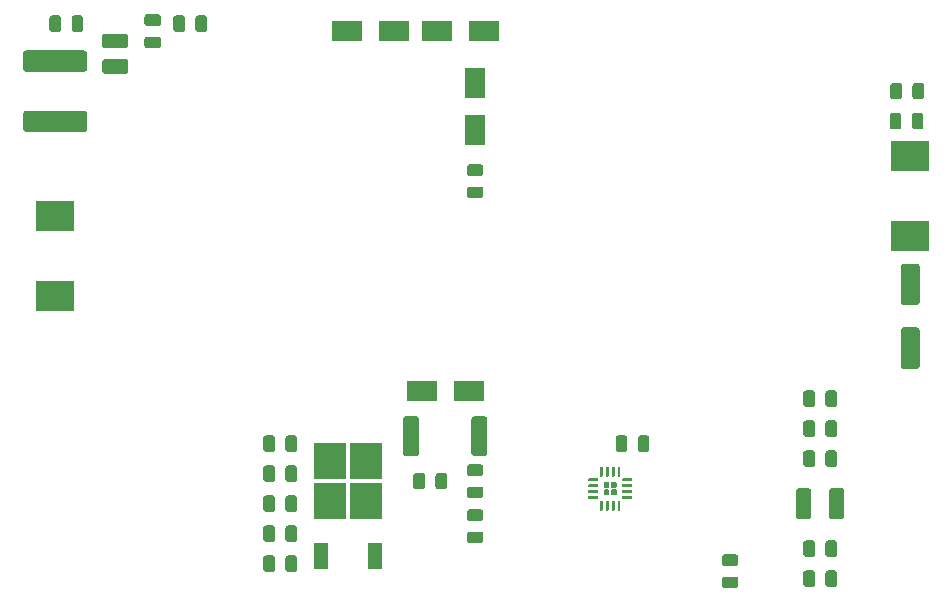
<source format=gbr>
G04 #@! TF.GenerationSoftware,KiCad,Pcbnew,5.1.5*
G04 #@! TF.CreationDate,2020-04-03T19:56:18-07:00*
G04 #@! TF.ProjectId,EEP_2,4545505f-322e-46b6-9963-61645f706362,rev?*
G04 #@! TF.SameCoordinates,Original*
G04 #@! TF.FileFunction,Paste,Top*
G04 #@! TF.FilePolarity,Positive*
%FSLAX46Y46*%
G04 Gerber Fmt 4.6, Leading zero omitted, Abs format (unit mm)*
G04 Created by KiCad (PCBNEW 5.1.5) date 2020-04-03 19:56:18*
%MOMM*%
%LPD*%
G04 APERTURE LIST*
%ADD10R,3.300000X2.500000*%
%ADD11C,0.100000*%
%ADD12R,2.500000X1.800000*%
%ADD13R,1.800000X2.500000*%
%ADD14R,1.200000X2.200000*%
%ADD15R,2.750000X3.050000*%
G04 APERTURE END LIST*
D10*
X46990000Y-66450000D03*
X46990000Y-73250000D03*
D11*
G36*
X83030142Y-87476174D02*
G01*
X83053803Y-87479684D01*
X83077007Y-87485496D01*
X83099529Y-87493554D01*
X83121153Y-87503782D01*
X83141670Y-87516079D01*
X83160883Y-87530329D01*
X83178607Y-87546393D01*
X83194671Y-87564117D01*
X83208921Y-87583330D01*
X83221218Y-87603847D01*
X83231446Y-87625471D01*
X83239504Y-87647993D01*
X83245316Y-87671197D01*
X83248826Y-87694858D01*
X83250000Y-87718750D01*
X83250000Y-88206250D01*
X83248826Y-88230142D01*
X83245316Y-88253803D01*
X83239504Y-88277007D01*
X83231446Y-88299529D01*
X83221218Y-88321153D01*
X83208921Y-88341670D01*
X83194671Y-88360883D01*
X83178607Y-88378607D01*
X83160883Y-88394671D01*
X83141670Y-88408921D01*
X83121153Y-88421218D01*
X83099529Y-88431446D01*
X83077007Y-88439504D01*
X83053803Y-88445316D01*
X83030142Y-88448826D01*
X83006250Y-88450000D01*
X82093750Y-88450000D01*
X82069858Y-88448826D01*
X82046197Y-88445316D01*
X82022993Y-88439504D01*
X82000471Y-88431446D01*
X81978847Y-88421218D01*
X81958330Y-88408921D01*
X81939117Y-88394671D01*
X81921393Y-88378607D01*
X81905329Y-88360883D01*
X81891079Y-88341670D01*
X81878782Y-88321153D01*
X81868554Y-88299529D01*
X81860496Y-88277007D01*
X81854684Y-88253803D01*
X81851174Y-88230142D01*
X81850000Y-88206250D01*
X81850000Y-87718750D01*
X81851174Y-87694858D01*
X81854684Y-87671197D01*
X81860496Y-87647993D01*
X81868554Y-87625471D01*
X81878782Y-87603847D01*
X81891079Y-87583330D01*
X81905329Y-87564117D01*
X81921393Y-87546393D01*
X81939117Y-87530329D01*
X81958330Y-87516079D01*
X81978847Y-87503782D01*
X82000471Y-87493554D01*
X82022993Y-87485496D01*
X82046197Y-87479684D01*
X82069858Y-87476174D01*
X82093750Y-87475000D01*
X83006250Y-87475000D01*
X83030142Y-87476174D01*
G37*
G36*
X83030142Y-89351174D02*
G01*
X83053803Y-89354684D01*
X83077007Y-89360496D01*
X83099529Y-89368554D01*
X83121153Y-89378782D01*
X83141670Y-89391079D01*
X83160883Y-89405329D01*
X83178607Y-89421393D01*
X83194671Y-89439117D01*
X83208921Y-89458330D01*
X83221218Y-89478847D01*
X83231446Y-89500471D01*
X83239504Y-89522993D01*
X83245316Y-89546197D01*
X83248826Y-89569858D01*
X83250000Y-89593750D01*
X83250000Y-90081250D01*
X83248826Y-90105142D01*
X83245316Y-90128803D01*
X83239504Y-90152007D01*
X83231446Y-90174529D01*
X83221218Y-90196153D01*
X83208921Y-90216670D01*
X83194671Y-90235883D01*
X83178607Y-90253607D01*
X83160883Y-90269671D01*
X83141670Y-90283921D01*
X83121153Y-90296218D01*
X83099529Y-90306446D01*
X83077007Y-90314504D01*
X83053803Y-90320316D01*
X83030142Y-90323826D01*
X83006250Y-90325000D01*
X82093750Y-90325000D01*
X82069858Y-90323826D01*
X82046197Y-90320316D01*
X82022993Y-90314504D01*
X82000471Y-90306446D01*
X81978847Y-90296218D01*
X81958330Y-90283921D01*
X81939117Y-90269671D01*
X81921393Y-90253607D01*
X81905329Y-90235883D01*
X81891079Y-90216670D01*
X81878782Y-90196153D01*
X81868554Y-90174529D01*
X81860496Y-90152007D01*
X81854684Y-90128803D01*
X81851174Y-90105142D01*
X81850000Y-90081250D01*
X81850000Y-89593750D01*
X81851174Y-89569858D01*
X81854684Y-89546197D01*
X81860496Y-89522993D01*
X81868554Y-89500471D01*
X81878782Y-89478847D01*
X81891079Y-89458330D01*
X81905329Y-89439117D01*
X81921393Y-89421393D01*
X81939117Y-89405329D01*
X81958330Y-89391079D01*
X81978847Y-89378782D01*
X82000471Y-89368554D01*
X82022993Y-89360496D01*
X82046197Y-89354684D01*
X82069858Y-89351174D01*
X82093750Y-89350000D01*
X83006250Y-89350000D01*
X83030142Y-89351174D01*
G37*
G36*
X104620142Y-95096174D02*
G01*
X104643803Y-95099684D01*
X104667007Y-95105496D01*
X104689529Y-95113554D01*
X104711153Y-95123782D01*
X104731670Y-95136079D01*
X104750883Y-95150329D01*
X104768607Y-95166393D01*
X104784671Y-95184117D01*
X104798921Y-95203330D01*
X104811218Y-95223847D01*
X104821446Y-95245471D01*
X104829504Y-95267993D01*
X104835316Y-95291197D01*
X104838826Y-95314858D01*
X104840000Y-95338750D01*
X104840000Y-95826250D01*
X104838826Y-95850142D01*
X104835316Y-95873803D01*
X104829504Y-95897007D01*
X104821446Y-95919529D01*
X104811218Y-95941153D01*
X104798921Y-95961670D01*
X104784671Y-95980883D01*
X104768607Y-95998607D01*
X104750883Y-96014671D01*
X104731670Y-96028921D01*
X104711153Y-96041218D01*
X104689529Y-96051446D01*
X104667007Y-96059504D01*
X104643803Y-96065316D01*
X104620142Y-96068826D01*
X104596250Y-96070000D01*
X103683750Y-96070000D01*
X103659858Y-96068826D01*
X103636197Y-96065316D01*
X103612993Y-96059504D01*
X103590471Y-96051446D01*
X103568847Y-96041218D01*
X103548330Y-96028921D01*
X103529117Y-96014671D01*
X103511393Y-95998607D01*
X103495329Y-95980883D01*
X103481079Y-95961670D01*
X103468782Y-95941153D01*
X103458554Y-95919529D01*
X103450496Y-95897007D01*
X103444684Y-95873803D01*
X103441174Y-95850142D01*
X103440000Y-95826250D01*
X103440000Y-95338750D01*
X103441174Y-95314858D01*
X103444684Y-95291197D01*
X103450496Y-95267993D01*
X103458554Y-95245471D01*
X103468782Y-95223847D01*
X103481079Y-95203330D01*
X103495329Y-95184117D01*
X103511393Y-95166393D01*
X103529117Y-95150329D01*
X103548330Y-95136079D01*
X103568847Y-95123782D01*
X103590471Y-95113554D01*
X103612993Y-95105496D01*
X103636197Y-95099684D01*
X103659858Y-95096174D01*
X103683750Y-95095000D01*
X104596250Y-95095000D01*
X104620142Y-95096174D01*
G37*
G36*
X104620142Y-96971174D02*
G01*
X104643803Y-96974684D01*
X104667007Y-96980496D01*
X104689529Y-96988554D01*
X104711153Y-96998782D01*
X104731670Y-97011079D01*
X104750883Y-97025329D01*
X104768607Y-97041393D01*
X104784671Y-97059117D01*
X104798921Y-97078330D01*
X104811218Y-97098847D01*
X104821446Y-97120471D01*
X104829504Y-97142993D01*
X104835316Y-97166197D01*
X104838826Y-97189858D01*
X104840000Y-97213750D01*
X104840000Y-97701250D01*
X104838826Y-97725142D01*
X104835316Y-97748803D01*
X104829504Y-97772007D01*
X104821446Y-97794529D01*
X104811218Y-97816153D01*
X104798921Y-97836670D01*
X104784671Y-97855883D01*
X104768607Y-97873607D01*
X104750883Y-97889671D01*
X104731670Y-97903921D01*
X104711153Y-97916218D01*
X104689529Y-97926446D01*
X104667007Y-97934504D01*
X104643803Y-97940316D01*
X104620142Y-97943826D01*
X104596250Y-97945000D01*
X103683750Y-97945000D01*
X103659858Y-97943826D01*
X103636197Y-97940316D01*
X103612993Y-97934504D01*
X103590471Y-97926446D01*
X103568847Y-97916218D01*
X103548330Y-97903921D01*
X103529117Y-97889671D01*
X103511393Y-97873607D01*
X103495329Y-97855883D01*
X103481079Y-97836670D01*
X103468782Y-97816153D01*
X103458554Y-97794529D01*
X103450496Y-97772007D01*
X103444684Y-97748803D01*
X103441174Y-97725142D01*
X103440000Y-97701250D01*
X103440000Y-97213750D01*
X103441174Y-97189858D01*
X103444684Y-97166197D01*
X103450496Y-97142993D01*
X103458554Y-97120471D01*
X103468782Y-97098847D01*
X103481079Y-97078330D01*
X103495329Y-97059117D01*
X103511393Y-97041393D01*
X103529117Y-97025329D01*
X103548330Y-97011079D01*
X103568847Y-96998782D01*
X103590471Y-96988554D01*
X103612993Y-96980496D01*
X103636197Y-96974684D01*
X103659858Y-96971174D01*
X103683750Y-96970000D01*
X104596250Y-96970000D01*
X104620142Y-96971174D01*
G37*
G36*
X95215142Y-85026174D02*
G01*
X95238803Y-85029684D01*
X95262007Y-85035496D01*
X95284529Y-85043554D01*
X95306153Y-85053782D01*
X95326670Y-85066079D01*
X95345883Y-85080329D01*
X95363607Y-85096393D01*
X95379671Y-85114117D01*
X95393921Y-85133330D01*
X95406218Y-85153847D01*
X95416446Y-85175471D01*
X95424504Y-85197993D01*
X95430316Y-85221197D01*
X95433826Y-85244858D01*
X95435000Y-85268750D01*
X95435000Y-86181250D01*
X95433826Y-86205142D01*
X95430316Y-86228803D01*
X95424504Y-86252007D01*
X95416446Y-86274529D01*
X95406218Y-86296153D01*
X95393921Y-86316670D01*
X95379671Y-86335883D01*
X95363607Y-86353607D01*
X95345883Y-86369671D01*
X95326670Y-86383921D01*
X95306153Y-86396218D01*
X95284529Y-86406446D01*
X95262007Y-86414504D01*
X95238803Y-86420316D01*
X95215142Y-86423826D01*
X95191250Y-86425000D01*
X94703750Y-86425000D01*
X94679858Y-86423826D01*
X94656197Y-86420316D01*
X94632993Y-86414504D01*
X94610471Y-86406446D01*
X94588847Y-86396218D01*
X94568330Y-86383921D01*
X94549117Y-86369671D01*
X94531393Y-86353607D01*
X94515329Y-86335883D01*
X94501079Y-86316670D01*
X94488782Y-86296153D01*
X94478554Y-86274529D01*
X94470496Y-86252007D01*
X94464684Y-86228803D01*
X94461174Y-86205142D01*
X94460000Y-86181250D01*
X94460000Y-85268750D01*
X94461174Y-85244858D01*
X94464684Y-85221197D01*
X94470496Y-85197993D01*
X94478554Y-85175471D01*
X94488782Y-85153847D01*
X94501079Y-85133330D01*
X94515329Y-85114117D01*
X94531393Y-85096393D01*
X94549117Y-85080329D01*
X94568330Y-85066079D01*
X94588847Y-85053782D01*
X94610471Y-85043554D01*
X94632993Y-85035496D01*
X94656197Y-85029684D01*
X94679858Y-85026174D01*
X94703750Y-85025000D01*
X95191250Y-85025000D01*
X95215142Y-85026174D01*
G37*
G36*
X97090142Y-85026174D02*
G01*
X97113803Y-85029684D01*
X97137007Y-85035496D01*
X97159529Y-85043554D01*
X97181153Y-85053782D01*
X97201670Y-85066079D01*
X97220883Y-85080329D01*
X97238607Y-85096393D01*
X97254671Y-85114117D01*
X97268921Y-85133330D01*
X97281218Y-85153847D01*
X97291446Y-85175471D01*
X97299504Y-85197993D01*
X97305316Y-85221197D01*
X97308826Y-85244858D01*
X97310000Y-85268750D01*
X97310000Y-86181250D01*
X97308826Y-86205142D01*
X97305316Y-86228803D01*
X97299504Y-86252007D01*
X97291446Y-86274529D01*
X97281218Y-86296153D01*
X97268921Y-86316670D01*
X97254671Y-86335883D01*
X97238607Y-86353607D01*
X97220883Y-86369671D01*
X97201670Y-86383921D01*
X97181153Y-86396218D01*
X97159529Y-86406446D01*
X97137007Y-86414504D01*
X97113803Y-86420316D01*
X97090142Y-86423826D01*
X97066250Y-86425000D01*
X96578750Y-86425000D01*
X96554858Y-86423826D01*
X96531197Y-86420316D01*
X96507993Y-86414504D01*
X96485471Y-86406446D01*
X96463847Y-86396218D01*
X96443330Y-86383921D01*
X96424117Y-86369671D01*
X96406393Y-86353607D01*
X96390329Y-86335883D01*
X96376079Y-86316670D01*
X96363782Y-86296153D01*
X96353554Y-86274529D01*
X96345496Y-86252007D01*
X96339684Y-86228803D01*
X96336174Y-86205142D01*
X96335000Y-86181250D01*
X96335000Y-85268750D01*
X96336174Y-85244858D01*
X96339684Y-85221197D01*
X96345496Y-85197993D01*
X96353554Y-85175471D01*
X96363782Y-85153847D01*
X96376079Y-85133330D01*
X96390329Y-85114117D01*
X96406393Y-85096393D01*
X96424117Y-85080329D01*
X96443330Y-85066079D01*
X96463847Y-85053782D01*
X96485471Y-85043554D01*
X96507993Y-85035496D01*
X96531197Y-85029684D01*
X96554858Y-85026174D01*
X96578750Y-85025000D01*
X97066250Y-85025000D01*
X97090142Y-85026174D01*
G37*
G36*
X110759504Y-89481204D02*
G01*
X110783773Y-89484804D01*
X110807571Y-89490765D01*
X110830671Y-89499030D01*
X110852849Y-89509520D01*
X110873893Y-89522133D01*
X110893598Y-89536747D01*
X110911777Y-89553223D01*
X110928253Y-89571402D01*
X110942867Y-89591107D01*
X110955480Y-89612151D01*
X110965970Y-89634329D01*
X110974235Y-89657429D01*
X110980196Y-89681227D01*
X110983796Y-89705496D01*
X110985000Y-89730000D01*
X110985000Y-91880000D01*
X110983796Y-91904504D01*
X110980196Y-91928773D01*
X110974235Y-91952571D01*
X110965970Y-91975671D01*
X110955480Y-91997849D01*
X110942867Y-92018893D01*
X110928253Y-92038598D01*
X110911777Y-92056777D01*
X110893598Y-92073253D01*
X110873893Y-92087867D01*
X110852849Y-92100480D01*
X110830671Y-92110970D01*
X110807571Y-92119235D01*
X110783773Y-92125196D01*
X110759504Y-92128796D01*
X110735000Y-92130000D01*
X109985000Y-92130000D01*
X109960496Y-92128796D01*
X109936227Y-92125196D01*
X109912429Y-92119235D01*
X109889329Y-92110970D01*
X109867151Y-92100480D01*
X109846107Y-92087867D01*
X109826402Y-92073253D01*
X109808223Y-92056777D01*
X109791747Y-92038598D01*
X109777133Y-92018893D01*
X109764520Y-91997849D01*
X109754030Y-91975671D01*
X109745765Y-91952571D01*
X109739804Y-91928773D01*
X109736204Y-91904504D01*
X109735000Y-91880000D01*
X109735000Y-89730000D01*
X109736204Y-89705496D01*
X109739804Y-89681227D01*
X109745765Y-89657429D01*
X109754030Y-89634329D01*
X109764520Y-89612151D01*
X109777133Y-89591107D01*
X109791747Y-89571402D01*
X109808223Y-89553223D01*
X109826402Y-89536747D01*
X109846107Y-89522133D01*
X109867151Y-89509520D01*
X109889329Y-89499030D01*
X109912429Y-89490765D01*
X109936227Y-89484804D01*
X109960496Y-89481204D01*
X109985000Y-89480000D01*
X110735000Y-89480000D01*
X110759504Y-89481204D01*
G37*
G36*
X113559504Y-89481204D02*
G01*
X113583773Y-89484804D01*
X113607571Y-89490765D01*
X113630671Y-89499030D01*
X113652849Y-89509520D01*
X113673893Y-89522133D01*
X113693598Y-89536747D01*
X113711777Y-89553223D01*
X113728253Y-89571402D01*
X113742867Y-89591107D01*
X113755480Y-89612151D01*
X113765970Y-89634329D01*
X113774235Y-89657429D01*
X113780196Y-89681227D01*
X113783796Y-89705496D01*
X113785000Y-89730000D01*
X113785000Y-91880000D01*
X113783796Y-91904504D01*
X113780196Y-91928773D01*
X113774235Y-91952571D01*
X113765970Y-91975671D01*
X113755480Y-91997849D01*
X113742867Y-92018893D01*
X113728253Y-92038598D01*
X113711777Y-92056777D01*
X113693598Y-92073253D01*
X113673893Y-92087867D01*
X113652849Y-92100480D01*
X113630671Y-92110970D01*
X113607571Y-92119235D01*
X113583773Y-92125196D01*
X113559504Y-92128796D01*
X113535000Y-92130000D01*
X112785000Y-92130000D01*
X112760496Y-92128796D01*
X112736227Y-92125196D01*
X112712429Y-92119235D01*
X112689329Y-92110970D01*
X112667151Y-92100480D01*
X112646107Y-92087867D01*
X112626402Y-92073253D01*
X112608223Y-92056777D01*
X112591747Y-92038598D01*
X112577133Y-92018893D01*
X112564520Y-91997849D01*
X112554030Y-91975671D01*
X112545765Y-91952571D01*
X112539804Y-91928773D01*
X112536204Y-91904504D01*
X112535000Y-91880000D01*
X112535000Y-89730000D01*
X112536204Y-89705496D01*
X112539804Y-89681227D01*
X112545765Y-89657429D01*
X112554030Y-89634329D01*
X112564520Y-89612151D01*
X112577133Y-89591107D01*
X112591747Y-89571402D01*
X112608223Y-89553223D01*
X112626402Y-89536747D01*
X112646107Y-89522133D01*
X112667151Y-89509520D01*
X112689329Y-89499030D01*
X112712429Y-89490765D01*
X112736227Y-89484804D01*
X112760496Y-89481204D01*
X112785000Y-89480000D01*
X113535000Y-89480000D01*
X113559504Y-89481204D01*
G37*
G36*
X78070142Y-88201174D02*
G01*
X78093803Y-88204684D01*
X78117007Y-88210496D01*
X78139529Y-88218554D01*
X78161153Y-88228782D01*
X78181670Y-88241079D01*
X78200883Y-88255329D01*
X78218607Y-88271393D01*
X78234671Y-88289117D01*
X78248921Y-88308330D01*
X78261218Y-88328847D01*
X78271446Y-88350471D01*
X78279504Y-88372993D01*
X78285316Y-88396197D01*
X78288826Y-88419858D01*
X78290000Y-88443750D01*
X78290000Y-89356250D01*
X78288826Y-89380142D01*
X78285316Y-89403803D01*
X78279504Y-89427007D01*
X78271446Y-89449529D01*
X78261218Y-89471153D01*
X78248921Y-89491670D01*
X78234671Y-89510883D01*
X78218607Y-89528607D01*
X78200883Y-89544671D01*
X78181670Y-89558921D01*
X78161153Y-89571218D01*
X78139529Y-89581446D01*
X78117007Y-89589504D01*
X78093803Y-89595316D01*
X78070142Y-89598826D01*
X78046250Y-89600000D01*
X77558750Y-89600000D01*
X77534858Y-89598826D01*
X77511197Y-89595316D01*
X77487993Y-89589504D01*
X77465471Y-89581446D01*
X77443847Y-89571218D01*
X77423330Y-89558921D01*
X77404117Y-89544671D01*
X77386393Y-89528607D01*
X77370329Y-89510883D01*
X77356079Y-89491670D01*
X77343782Y-89471153D01*
X77333554Y-89449529D01*
X77325496Y-89427007D01*
X77319684Y-89403803D01*
X77316174Y-89380142D01*
X77315000Y-89356250D01*
X77315000Y-88443750D01*
X77316174Y-88419858D01*
X77319684Y-88396197D01*
X77325496Y-88372993D01*
X77333554Y-88350471D01*
X77343782Y-88328847D01*
X77356079Y-88308330D01*
X77370329Y-88289117D01*
X77386393Y-88271393D01*
X77404117Y-88255329D01*
X77423330Y-88241079D01*
X77443847Y-88228782D01*
X77465471Y-88218554D01*
X77487993Y-88210496D01*
X77511197Y-88204684D01*
X77534858Y-88201174D01*
X77558750Y-88200000D01*
X78046250Y-88200000D01*
X78070142Y-88201174D01*
G37*
G36*
X79945142Y-88201174D02*
G01*
X79968803Y-88204684D01*
X79992007Y-88210496D01*
X80014529Y-88218554D01*
X80036153Y-88228782D01*
X80056670Y-88241079D01*
X80075883Y-88255329D01*
X80093607Y-88271393D01*
X80109671Y-88289117D01*
X80123921Y-88308330D01*
X80136218Y-88328847D01*
X80146446Y-88350471D01*
X80154504Y-88372993D01*
X80160316Y-88396197D01*
X80163826Y-88419858D01*
X80165000Y-88443750D01*
X80165000Y-89356250D01*
X80163826Y-89380142D01*
X80160316Y-89403803D01*
X80154504Y-89427007D01*
X80146446Y-89449529D01*
X80136218Y-89471153D01*
X80123921Y-89491670D01*
X80109671Y-89510883D01*
X80093607Y-89528607D01*
X80075883Y-89544671D01*
X80056670Y-89558921D01*
X80036153Y-89571218D01*
X80014529Y-89581446D01*
X79992007Y-89589504D01*
X79968803Y-89595316D01*
X79945142Y-89598826D01*
X79921250Y-89600000D01*
X79433750Y-89600000D01*
X79409858Y-89598826D01*
X79386197Y-89595316D01*
X79362993Y-89589504D01*
X79340471Y-89581446D01*
X79318847Y-89571218D01*
X79298330Y-89558921D01*
X79279117Y-89544671D01*
X79261393Y-89528607D01*
X79245329Y-89510883D01*
X79231079Y-89491670D01*
X79218782Y-89471153D01*
X79208554Y-89449529D01*
X79200496Y-89427007D01*
X79194684Y-89403803D01*
X79191174Y-89380142D01*
X79190000Y-89356250D01*
X79190000Y-88443750D01*
X79191174Y-88419858D01*
X79194684Y-88396197D01*
X79200496Y-88372993D01*
X79208554Y-88350471D01*
X79218782Y-88328847D01*
X79231079Y-88308330D01*
X79245329Y-88289117D01*
X79261393Y-88271393D01*
X79279117Y-88255329D01*
X79298330Y-88241079D01*
X79318847Y-88228782D01*
X79340471Y-88218554D01*
X79362993Y-88210496D01*
X79386197Y-88204684D01*
X79409858Y-88201174D01*
X79433750Y-88200000D01*
X79921250Y-88200000D01*
X79945142Y-88201174D01*
G37*
G36*
X49464504Y-57531204D02*
G01*
X49488773Y-57534804D01*
X49512571Y-57540765D01*
X49535671Y-57549030D01*
X49557849Y-57559520D01*
X49578893Y-57572133D01*
X49598598Y-57586747D01*
X49616777Y-57603223D01*
X49633253Y-57621402D01*
X49647867Y-57641107D01*
X49660480Y-57662151D01*
X49670970Y-57684329D01*
X49679235Y-57707429D01*
X49685196Y-57731227D01*
X49688796Y-57755496D01*
X49690000Y-57780000D01*
X49690000Y-59080000D01*
X49688796Y-59104504D01*
X49685196Y-59128773D01*
X49679235Y-59152571D01*
X49670970Y-59175671D01*
X49660480Y-59197849D01*
X49647867Y-59218893D01*
X49633253Y-59238598D01*
X49616777Y-59256777D01*
X49598598Y-59273253D01*
X49578893Y-59287867D01*
X49557849Y-59300480D01*
X49535671Y-59310970D01*
X49512571Y-59319235D01*
X49488773Y-59325196D01*
X49464504Y-59328796D01*
X49440000Y-59330000D01*
X44540000Y-59330000D01*
X44515496Y-59328796D01*
X44491227Y-59325196D01*
X44467429Y-59319235D01*
X44444329Y-59310970D01*
X44422151Y-59300480D01*
X44401107Y-59287867D01*
X44381402Y-59273253D01*
X44363223Y-59256777D01*
X44346747Y-59238598D01*
X44332133Y-59218893D01*
X44319520Y-59197849D01*
X44309030Y-59175671D01*
X44300765Y-59152571D01*
X44294804Y-59128773D01*
X44291204Y-59104504D01*
X44290000Y-59080000D01*
X44290000Y-57780000D01*
X44291204Y-57755496D01*
X44294804Y-57731227D01*
X44300765Y-57707429D01*
X44309030Y-57684329D01*
X44319520Y-57662151D01*
X44332133Y-57641107D01*
X44346747Y-57621402D01*
X44363223Y-57603223D01*
X44381402Y-57586747D01*
X44401107Y-57572133D01*
X44422151Y-57559520D01*
X44444329Y-57549030D01*
X44467429Y-57540765D01*
X44491227Y-57534804D01*
X44515496Y-57531204D01*
X44540000Y-57530000D01*
X49440000Y-57530000D01*
X49464504Y-57531204D01*
G37*
G36*
X49464504Y-52431204D02*
G01*
X49488773Y-52434804D01*
X49512571Y-52440765D01*
X49535671Y-52449030D01*
X49557849Y-52459520D01*
X49578893Y-52472133D01*
X49598598Y-52486747D01*
X49616777Y-52503223D01*
X49633253Y-52521402D01*
X49647867Y-52541107D01*
X49660480Y-52562151D01*
X49670970Y-52584329D01*
X49679235Y-52607429D01*
X49685196Y-52631227D01*
X49688796Y-52655496D01*
X49690000Y-52680000D01*
X49690000Y-53980000D01*
X49688796Y-54004504D01*
X49685196Y-54028773D01*
X49679235Y-54052571D01*
X49670970Y-54075671D01*
X49660480Y-54097849D01*
X49647867Y-54118893D01*
X49633253Y-54138598D01*
X49616777Y-54156777D01*
X49598598Y-54173253D01*
X49578893Y-54187867D01*
X49557849Y-54200480D01*
X49535671Y-54210970D01*
X49512571Y-54219235D01*
X49488773Y-54225196D01*
X49464504Y-54228796D01*
X49440000Y-54230000D01*
X44540000Y-54230000D01*
X44515496Y-54228796D01*
X44491227Y-54225196D01*
X44467429Y-54219235D01*
X44444329Y-54210970D01*
X44422151Y-54200480D01*
X44401107Y-54187867D01*
X44381402Y-54173253D01*
X44363223Y-54156777D01*
X44346747Y-54138598D01*
X44332133Y-54118893D01*
X44319520Y-54097849D01*
X44309030Y-54075671D01*
X44300765Y-54052571D01*
X44294804Y-54028773D01*
X44291204Y-54004504D01*
X44290000Y-53980000D01*
X44290000Y-52680000D01*
X44291204Y-52655496D01*
X44294804Y-52631227D01*
X44300765Y-52607429D01*
X44309030Y-52584329D01*
X44319520Y-52562151D01*
X44332133Y-52541107D01*
X44346747Y-52521402D01*
X44363223Y-52503223D01*
X44381402Y-52486747D01*
X44401107Y-52472133D01*
X44422151Y-52459520D01*
X44444329Y-52449030D01*
X44467429Y-52440765D01*
X44491227Y-52434804D01*
X44515496Y-52431204D01*
X44540000Y-52430000D01*
X49440000Y-52430000D01*
X49464504Y-52431204D01*
G37*
G36*
X119954504Y-70481204D02*
G01*
X119978773Y-70484804D01*
X120002571Y-70490765D01*
X120025671Y-70499030D01*
X120047849Y-70509520D01*
X120068893Y-70522133D01*
X120088598Y-70536747D01*
X120106777Y-70553223D01*
X120123253Y-70571402D01*
X120137867Y-70591107D01*
X120150480Y-70612151D01*
X120160970Y-70634329D01*
X120169235Y-70657429D01*
X120175196Y-70681227D01*
X120178796Y-70705496D01*
X120180000Y-70730000D01*
X120180000Y-73730000D01*
X120178796Y-73754504D01*
X120175196Y-73778773D01*
X120169235Y-73802571D01*
X120160970Y-73825671D01*
X120150480Y-73847849D01*
X120137867Y-73868893D01*
X120123253Y-73888598D01*
X120106777Y-73906777D01*
X120088598Y-73923253D01*
X120068893Y-73937867D01*
X120047849Y-73950480D01*
X120025671Y-73960970D01*
X120002571Y-73969235D01*
X119978773Y-73975196D01*
X119954504Y-73978796D01*
X119930000Y-73980000D01*
X118830000Y-73980000D01*
X118805496Y-73978796D01*
X118781227Y-73975196D01*
X118757429Y-73969235D01*
X118734329Y-73960970D01*
X118712151Y-73950480D01*
X118691107Y-73937867D01*
X118671402Y-73923253D01*
X118653223Y-73906777D01*
X118636747Y-73888598D01*
X118622133Y-73868893D01*
X118609520Y-73847849D01*
X118599030Y-73825671D01*
X118590765Y-73802571D01*
X118584804Y-73778773D01*
X118581204Y-73754504D01*
X118580000Y-73730000D01*
X118580000Y-70730000D01*
X118581204Y-70705496D01*
X118584804Y-70681227D01*
X118590765Y-70657429D01*
X118599030Y-70634329D01*
X118609520Y-70612151D01*
X118622133Y-70591107D01*
X118636747Y-70571402D01*
X118653223Y-70553223D01*
X118671402Y-70536747D01*
X118691107Y-70522133D01*
X118712151Y-70509520D01*
X118734329Y-70499030D01*
X118757429Y-70490765D01*
X118781227Y-70484804D01*
X118805496Y-70481204D01*
X118830000Y-70480000D01*
X119930000Y-70480000D01*
X119954504Y-70481204D01*
G37*
G36*
X119954504Y-75881204D02*
G01*
X119978773Y-75884804D01*
X120002571Y-75890765D01*
X120025671Y-75899030D01*
X120047849Y-75909520D01*
X120068893Y-75922133D01*
X120088598Y-75936747D01*
X120106777Y-75953223D01*
X120123253Y-75971402D01*
X120137867Y-75991107D01*
X120150480Y-76012151D01*
X120160970Y-76034329D01*
X120169235Y-76057429D01*
X120175196Y-76081227D01*
X120178796Y-76105496D01*
X120180000Y-76130000D01*
X120180000Y-79130000D01*
X120178796Y-79154504D01*
X120175196Y-79178773D01*
X120169235Y-79202571D01*
X120160970Y-79225671D01*
X120150480Y-79247849D01*
X120137867Y-79268893D01*
X120123253Y-79288598D01*
X120106777Y-79306777D01*
X120088598Y-79323253D01*
X120068893Y-79337867D01*
X120047849Y-79350480D01*
X120025671Y-79360970D01*
X120002571Y-79369235D01*
X119978773Y-79375196D01*
X119954504Y-79378796D01*
X119930000Y-79380000D01*
X118830000Y-79380000D01*
X118805496Y-79378796D01*
X118781227Y-79375196D01*
X118757429Y-79369235D01*
X118734329Y-79360970D01*
X118712151Y-79350480D01*
X118691107Y-79337867D01*
X118671402Y-79323253D01*
X118653223Y-79306777D01*
X118636747Y-79288598D01*
X118622133Y-79268893D01*
X118609520Y-79247849D01*
X118599030Y-79225671D01*
X118590765Y-79202571D01*
X118584804Y-79178773D01*
X118581204Y-79154504D01*
X118580000Y-79130000D01*
X118580000Y-76130000D01*
X118581204Y-76105496D01*
X118584804Y-76081227D01*
X118590765Y-76057429D01*
X118599030Y-76034329D01*
X118609520Y-76012151D01*
X118622133Y-75991107D01*
X118636747Y-75971402D01*
X118653223Y-75953223D01*
X118671402Y-75936747D01*
X118691107Y-75922133D01*
X118712151Y-75909520D01*
X118734329Y-75899030D01*
X118757429Y-75890765D01*
X118781227Y-75884804D01*
X118805496Y-75881204D01*
X118830000Y-75880000D01*
X119930000Y-75880000D01*
X119954504Y-75881204D01*
G37*
G36*
X83030142Y-63951174D02*
G01*
X83053803Y-63954684D01*
X83077007Y-63960496D01*
X83099529Y-63968554D01*
X83121153Y-63978782D01*
X83141670Y-63991079D01*
X83160883Y-64005329D01*
X83178607Y-64021393D01*
X83194671Y-64039117D01*
X83208921Y-64058330D01*
X83221218Y-64078847D01*
X83231446Y-64100471D01*
X83239504Y-64122993D01*
X83245316Y-64146197D01*
X83248826Y-64169858D01*
X83250000Y-64193750D01*
X83250000Y-64681250D01*
X83248826Y-64705142D01*
X83245316Y-64728803D01*
X83239504Y-64752007D01*
X83231446Y-64774529D01*
X83221218Y-64796153D01*
X83208921Y-64816670D01*
X83194671Y-64835883D01*
X83178607Y-64853607D01*
X83160883Y-64869671D01*
X83141670Y-64883921D01*
X83121153Y-64896218D01*
X83099529Y-64906446D01*
X83077007Y-64914504D01*
X83053803Y-64920316D01*
X83030142Y-64923826D01*
X83006250Y-64925000D01*
X82093750Y-64925000D01*
X82069858Y-64923826D01*
X82046197Y-64920316D01*
X82022993Y-64914504D01*
X82000471Y-64906446D01*
X81978847Y-64896218D01*
X81958330Y-64883921D01*
X81939117Y-64869671D01*
X81921393Y-64853607D01*
X81905329Y-64835883D01*
X81891079Y-64816670D01*
X81878782Y-64796153D01*
X81868554Y-64774529D01*
X81860496Y-64752007D01*
X81854684Y-64728803D01*
X81851174Y-64705142D01*
X81850000Y-64681250D01*
X81850000Y-64193750D01*
X81851174Y-64169858D01*
X81854684Y-64146197D01*
X81860496Y-64122993D01*
X81868554Y-64100471D01*
X81878782Y-64078847D01*
X81891079Y-64058330D01*
X81905329Y-64039117D01*
X81921393Y-64021393D01*
X81939117Y-64005329D01*
X81958330Y-63991079D01*
X81978847Y-63978782D01*
X82000471Y-63968554D01*
X82022993Y-63960496D01*
X82046197Y-63954684D01*
X82069858Y-63951174D01*
X82093750Y-63950000D01*
X83006250Y-63950000D01*
X83030142Y-63951174D01*
G37*
G36*
X83030142Y-62076174D02*
G01*
X83053803Y-62079684D01*
X83077007Y-62085496D01*
X83099529Y-62093554D01*
X83121153Y-62103782D01*
X83141670Y-62116079D01*
X83160883Y-62130329D01*
X83178607Y-62146393D01*
X83194671Y-62164117D01*
X83208921Y-62183330D01*
X83221218Y-62203847D01*
X83231446Y-62225471D01*
X83239504Y-62247993D01*
X83245316Y-62271197D01*
X83248826Y-62294858D01*
X83250000Y-62318750D01*
X83250000Y-62806250D01*
X83248826Y-62830142D01*
X83245316Y-62853803D01*
X83239504Y-62877007D01*
X83231446Y-62899529D01*
X83221218Y-62921153D01*
X83208921Y-62941670D01*
X83194671Y-62960883D01*
X83178607Y-62978607D01*
X83160883Y-62994671D01*
X83141670Y-63008921D01*
X83121153Y-63021218D01*
X83099529Y-63031446D01*
X83077007Y-63039504D01*
X83053803Y-63045316D01*
X83030142Y-63048826D01*
X83006250Y-63050000D01*
X82093750Y-63050000D01*
X82069858Y-63048826D01*
X82046197Y-63045316D01*
X82022993Y-63039504D01*
X82000471Y-63031446D01*
X81978847Y-63021218D01*
X81958330Y-63008921D01*
X81939117Y-62994671D01*
X81921393Y-62978607D01*
X81905329Y-62960883D01*
X81891079Y-62941670D01*
X81878782Y-62921153D01*
X81868554Y-62899529D01*
X81860496Y-62877007D01*
X81854684Y-62853803D01*
X81851174Y-62830142D01*
X81850000Y-62806250D01*
X81850000Y-62318750D01*
X81851174Y-62294858D01*
X81854684Y-62271197D01*
X81860496Y-62247993D01*
X81868554Y-62225471D01*
X81878782Y-62203847D01*
X81891079Y-62183330D01*
X81905329Y-62164117D01*
X81921393Y-62146393D01*
X81939117Y-62130329D01*
X81958330Y-62116079D01*
X81978847Y-62103782D01*
X82000471Y-62093554D01*
X82022993Y-62085496D01*
X82046197Y-62079684D01*
X82069858Y-62076174D01*
X82093750Y-62075000D01*
X83006250Y-62075000D01*
X83030142Y-62076174D01*
G37*
D12*
X82010000Y-81280000D03*
X78010000Y-81280000D03*
D13*
X82550000Y-59150000D03*
X82550000Y-55150000D03*
D10*
X119380000Y-61370000D03*
X119380000Y-68170000D03*
D12*
X79280000Y-50800000D03*
X83280000Y-50800000D03*
X71660000Y-50800000D03*
X75660000Y-50800000D03*
D11*
G36*
X52944504Y-53156204D02*
G01*
X52968773Y-53159804D01*
X52992571Y-53165765D01*
X53015671Y-53174030D01*
X53037849Y-53184520D01*
X53058893Y-53197133D01*
X53078598Y-53211747D01*
X53096777Y-53228223D01*
X53113253Y-53246402D01*
X53127867Y-53266107D01*
X53140480Y-53287151D01*
X53150970Y-53309329D01*
X53159235Y-53332429D01*
X53165196Y-53356227D01*
X53168796Y-53380496D01*
X53170000Y-53405000D01*
X53170000Y-54155000D01*
X53168796Y-54179504D01*
X53165196Y-54203773D01*
X53159235Y-54227571D01*
X53150970Y-54250671D01*
X53140480Y-54272849D01*
X53127867Y-54293893D01*
X53113253Y-54313598D01*
X53096777Y-54331777D01*
X53078598Y-54348253D01*
X53058893Y-54362867D01*
X53037849Y-54375480D01*
X53015671Y-54385970D01*
X52992571Y-54394235D01*
X52968773Y-54400196D01*
X52944504Y-54403796D01*
X52920000Y-54405000D01*
X51220000Y-54405000D01*
X51195496Y-54403796D01*
X51171227Y-54400196D01*
X51147429Y-54394235D01*
X51124329Y-54385970D01*
X51102151Y-54375480D01*
X51081107Y-54362867D01*
X51061402Y-54348253D01*
X51043223Y-54331777D01*
X51026747Y-54313598D01*
X51012133Y-54293893D01*
X50999520Y-54272849D01*
X50989030Y-54250671D01*
X50980765Y-54227571D01*
X50974804Y-54203773D01*
X50971204Y-54179504D01*
X50970000Y-54155000D01*
X50970000Y-53405000D01*
X50971204Y-53380496D01*
X50974804Y-53356227D01*
X50980765Y-53332429D01*
X50989030Y-53309329D01*
X50999520Y-53287151D01*
X51012133Y-53266107D01*
X51026747Y-53246402D01*
X51043223Y-53228223D01*
X51061402Y-53211747D01*
X51081107Y-53197133D01*
X51102151Y-53184520D01*
X51124329Y-53174030D01*
X51147429Y-53165765D01*
X51171227Y-53159804D01*
X51195496Y-53156204D01*
X51220000Y-53155000D01*
X52920000Y-53155000D01*
X52944504Y-53156204D01*
G37*
G36*
X52944504Y-51006204D02*
G01*
X52968773Y-51009804D01*
X52992571Y-51015765D01*
X53015671Y-51024030D01*
X53037849Y-51034520D01*
X53058893Y-51047133D01*
X53078598Y-51061747D01*
X53096777Y-51078223D01*
X53113253Y-51096402D01*
X53127867Y-51116107D01*
X53140480Y-51137151D01*
X53150970Y-51159329D01*
X53159235Y-51182429D01*
X53165196Y-51206227D01*
X53168796Y-51230496D01*
X53170000Y-51255000D01*
X53170000Y-52005000D01*
X53168796Y-52029504D01*
X53165196Y-52053773D01*
X53159235Y-52077571D01*
X53150970Y-52100671D01*
X53140480Y-52122849D01*
X53127867Y-52143893D01*
X53113253Y-52163598D01*
X53096777Y-52181777D01*
X53078598Y-52198253D01*
X53058893Y-52212867D01*
X53037849Y-52225480D01*
X53015671Y-52235970D01*
X52992571Y-52244235D01*
X52968773Y-52250196D01*
X52944504Y-52253796D01*
X52920000Y-52255000D01*
X51220000Y-52255000D01*
X51195496Y-52253796D01*
X51171227Y-52250196D01*
X51147429Y-52244235D01*
X51124329Y-52235970D01*
X51102151Y-52225480D01*
X51081107Y-52212867D01*
X51061402Y-52198253D01*
X51043223Y-52181777D01*
X51026747Y-52163598D01*
X51012133Y-52143893D01*
X50999520Y-52122849D01*
X50989030Y-52100671D01*
X50980765Y-52077571D01*
X50974804Y-52053773D01*
X50971204Y-52029504D01*
X50970000Y-52005000D01*
X50970000Y-51255000D01*
X50971204Y-51230496D01*
X50974804Y-51206227D01*
X50980765Y-51182429D01*
X50989030Y-51159329D01*
X50999520Y-51137151D01*
X51012133Y-51116107D01*
X51026747Y-51096402D01*
X51043223Y-51078223D01*
X51061402Y-51061747D01*
X51081107Y-51047133D01*
X51102151Y-51034520D01*
X51124329Y-51024030D01*
X51147429Y-51015765D01*
X51171227Y-51009804D01*
X51195496Y-51006204D01*
X51220000Y-51005000D01*
X52920000Y-51005000D01*
X52944504Y-51006204D01*
G37*
D14*
X69475000Y-95200000D03*
X74035000Y-95200000D03*
D15*
X73280000Y-87225000D03*
X70230000Y-90575000D03*
X70230000Y-87225000D03*
X73280000Y-90575000D03*
D11*
G36*
X83030142Y-93161174D02*
G01*
X83053803Y-93164684D01*
X83077007Y-93170496D01*
X83099529Y-93178554D01*
X83121153Y-93188782D01*
X83141670Y-93201079D01*
X83160883Y-93215329D01*
X83178607Y-93231393D01*
X83194671Y-93249117D01*
X83208921Y-93268330D01*
X83221218Y-93288847D01*
X83231446Y-93310471D01*
X83239504Y-93332993D01*
X83245316Y-93356197D01*
X83248826Y-93379858D01*
X83250000Y-93403750D01*
X83250000Y-93891250D01*
X83248826Y-93915142D01*
X83245316Y-93938803D01*
X83239504Y-93962007D01*
X83231446Y-93984529D01*
X83221218Y-94006153D01*
X83208921Y-94026670D01*
X83194671Y-94045883D01*
X83178607Y-94063607D01*
X83160883Y-94079671D01*
X83141670Y-94093921D01*
X83121153Y-94106218D01*
X83099529Y-94116446D01*
X83077007Y-94124504D01*
X83053803Y-94130316D01*
X83030142Y-94133826D01*
X83006250Y-94135000D01*
X82093750Y-94135000D01*
X82069858Y-94133826D01*
X82046197Y-94130316D01*
X82022993Y-94124504D01*
X82000471Y-94116446D01*
X81978847Y-94106218D01*
X81958330Y-94093921D01*
X81939117Y-94079671D01*
X81921393Y-94063607D01*
X81905329Y-94045883D01*
X81891079Y-94026670D01*
X81878782Y-94006153D01*
X81868554Y-93984529D01*
X81860496Y-93962007D01*
X81854684Y-93938803D01*
X81851174Y-93915142D01*
X81850000Y-93891250D01*
X81850000Y-93403750D01*
X81851174Y-93379858D01*
X81854684Y-93356197D01*
X81860496Y-93332993D01*
X81868554Y-93310471D01*
X81878782Y-93288847D01*
X81891079Y-93268330D01*
X81905329Y-93249117D01*
X81921393Y-93231393D01*
X81939117Y-93215329D01*
X81958330Y-93201079D01*
X81978847Y-93188782D01*
X82000471Y-93178554D01*
X82022993Y-93170496D01*
X82046197Y-93164684D01*
X82069858Y-93161174D01*
X82093750Y-93160000D01*
X83006250Y-93160000D01*
X83030142Y-93161174D01*
G37*
G36*
X83030142Y-91286174D02*
G01*
X83053803Y-91289684D01*
X83077007Y-91295496D01*
X83099529Y-91303554D01*
X83121153Y-91313782D01*
X83141670Y-91326079D01*
X83160883Y-91340329D01*
X83178607Y-91356393D01*
X83194671Y-91374117D01*
X83208921Y-91393330D01*
X83221218Y-91413847D01*
X83231446Y-91435471D01*
X83239504Y-91457993D01*
X83245316Y-91481197D01*
X83248826Y-91504858D01*
X83250000Y-91528750D01*
X83250000Y-92016250D01*
X83248826Y-92040142D01*
X83245316Y-92063803D01*
X83239504Y-92087007D01*
X83231446Y-92109529D01*
X83221218Y-92131153D01*
X83208921Y-92151670D01*
X83194671Y-92170883D01*
X83178607Y-92188607D01*
X83160883Y-92204671D01*
X83141670Y-92218921D01*
X83121153Y-92231218D01*
X83099529Y-92241446D01*
X83077007Y-92249504D01*
X83053803Y-92255316D01*
X83030142Y-92258826D01*
X83006250Y-92260000D01*
X82093750Y-92260000D01*
X82069858Y-92258826D01*
X82046197Y-92255316D01*
X82022993Y-92249504D01*
X82000471Y-92241446D01*
X81978847Y-92231218D01*
X81958330Y-92218921D01*
X81939117Y-92204671D01*
X81921393Y-92188607D01*
X81905329Y-92170883D01*
X81891079Y-92151670D01*
X81878782Y-92131153D01*
X81868554Y-92109529D01*
X81860496Y-92087007D01*
X81854684Y-92063803D01*
X81851174Y-92040142D01*
X81850000Y-92016250D01*
X81850000Y-91528750D01*
X81851174Y-91504858D01*
X81854684Y-91481197D01*
X81860496Y-91457993D01*
X81868554Y-91435471D01*
X81878782Y-91413847D01*
X81891079Y-91393330D01*
X81905329Y-91374117D01*
X81921393Y-91356393D01*
X81939117Y-91340329D01*
X81958330Y-91326079D01*
X81978847Y-91313782D01*
X82000471Y-91303554D01*
X82022993Y-91295496D01*
X82046197Y-91289684D01*
X82069858Y-91286174D01*
X82093750Y-91285000D01*
X83006250Y-91285000D01*
X83030142Y-91286174D01*
G37*
G36*
X112965142Y-81216174D02*
G01*
X112988803Y-81219684D01*
X113012007Y-81225496D01*
X113034529Y-81233554D01*
X113056153Y-81243782D01*
X113076670Y-81256079D01*
X113095883Y-81270329D01*
X113113607Y-81286393D01*
X113129671Y-81304117D01*
X113143921Y-81323330D01*
X113156218Y-81343847D01*
X113166446Y-81365471D01*
X113174504Y-81387993D01*
X113180316Y-81411197D01*
X113183826Y-81434858D01*
X113185000Y-81458750D01*
X113185000Y-82371250D01*
X113183826Y-82395142D01*
X113180316Y-82418803D01*
X113174504Y-82442007D01*
X113166446Y-82464529D01*
X113156218Y-82486153D01*
X113143921Y-82506670D01*
X113129671Y-82525883D01*
X113113607Y-82543607D01*
X113095883Y-82559671D01*
X113076670Y-82573921D01*
X113056153Y-82586218D01*
X113034529Y-82596446D01*
X113012007Y-82604504D01*
X112988803Y-82610316D01*
X112965142Y-82613826D01*
X112941250Y-82615000D01*
X112453750Y-82615000D01*
X112429858Y-82613826D01*
X112406197Y-82610316D01*
X112382993Y-82604504D01*
X112360471Y-82596446D01*
X112338847Y-82586218D01*
X112318330Y-82573921D01*
X112299117Y-82559671D01*
X112281393Y-82543607D01*
X112265329Y-82525883D01*
X112251079Y-82506670D01*
X112238782Y-82486153D01*
X112228554Y-82464529D01*
X112220496Y-82442007D01*
X112214684Y-82418803D01*
X112211174Y-82395142D01*
X112210000Y-82371250D01*
X112210000Y-81458750D01*
X112211174Y-81434858D01*
X112214684Y-81411197D01*
X112220496Y-81387993D01*
X112228554Y-81365471D01*
X112238782Y-81343847D01*
X112251079Y-81323330D01*
X112265329Y-81304117D01*
X112281393Y-81286393D01*
X112299117Y-81270329D01*
X112318330Y-81256079D01*
X112338847Y-81243782D01*
X112360471Y-81233554D01*
X112382993Y-81225496D01*
X112406197Y-81219684D01*
X112429858Y-81216174D01*
X112453750Y-81215000D01*
X112941250Y-81215000D01*
X112965142Y-81216174D01*
G37*
G36*
X111090142Y-81216174D02*
G01*
X111113803Y-81219684D01*
X111137007Y-81225496D01*
X111159529Y-81233554D01*
X111181153Y-81243782D01*
X111201670Y-81256079D01*
X111220883Y-81270329D01*
X111238607Y-81286393D01*
X111254671Y-81304117D01*
X111268921Y-81323330D01*
X111281218Y-81343847D01*
X111291446Y-81365471D01*
X111299504Y-81387993D01*
X111305316Y-81411197D01*
X111308826Y-81434858D01*
X111310000Y-81458750D01*
X111310000Y-82371250D01*
X111308826Y-82395142D01*
X111305316Y-82418803D01*
X111299504Y-82442007D01*
X111291446Y-82464529D01*
X111281218Y-82486153D01*
X111268921Y-82506670D01*
X111254671Y-82525883D01*
X111238607Y-82543607D01*
X111220883Y-82559671D01*
X111201670Y-82573921D01*
X111181153Y-82586218D01*
X111159529Y-82596446D01*
X111137007Y-82604504D01*
X111113803Y-82610316D01*
X111090142Y-82613826D01*
X111066250Y-82615000D01*
X110578750Y-82615000D01*
X110554858Y-82613826D01*
X110531197Y-82610316D01*
X110507993Y-82604504D01*
X110485471Y-82596446D01*
X110463847Y-82586218D01*
X110443330Y-82573921D01*
X110424117Y-82559671D01*
X110406393Y-82543607D01*
X110390329Y-82525883D01*
X110376079Y-82506670D01*
X110363782Y-82486153D01*
X110353554Y-82464529D01*
X110345496Y-82442007D01*
X110339684Y-82418803D01*
X110336174Y-82395142D01*
X110335000Y-82371250D01*
X110335000Y-81458750D01*
X110336174Y-81434858D01*
X110339684Y-81411197D01*
X110345496Y-81387993D01*
X110353554Y-81365471D01*
X110363782Y-81343847D01*
X110376079Y-81323330D01*
X110390329Y-81304117D01*
X110406393Y-81286393D01*
X110424117Y-81270329D01*
X110443330Y-81256079D01*
X110463847Y-81243782D01*
X110485471Y-81233554D01*
X110507993Y-81225496D01*
X110531197Y-81219684D01*
X110554858Y-81216174D01*
X110578750Y-81215000D01*
X111066250Y-81215000D01*
X111090142Y-81216174D01*
G37*
G36*
X111090142Y-83756174D02*
G01*
X111113803Y-83759684D01*
X111137007Y-83765496D01*
X111159529Y-83773554D01*
X111181153Y-83783782D01*
X111201670Y-83796079D01*
X111220883Y-83810329D01*
X111238607Y-83826393D01*
X111254671Y-83844117D01*
X111268921Y-83863330D01*
X111281218Y-83883847D01*
X111291446Y-83905471D01*
X111299504Y-83927993D01*
X111305316Y-83951197D01*
X111308826Y-83974858D01*
X111310000Y-83998750D01*
X111310000Y-84911250D01*
X111308826Y-84935142D01*
X111305316Y-84958803D01*
X111299504Y-84982007D01*
X111291446Y-85004529D01*
X111281218Y-85026153D01*
X111268921Y-85046670D01*
X111254671Y-85065883D01*
X111238607Y-85083607D01*
X111220883Y-85099671D01*
X111201670Y-85113921D01*
X111181153Y-85126218D01*
X111159529Y-85136446D01*
X111137007Y-85144504D01*
X111113803Y-85150316D01*
X111090142Y-85153826D01*
X111066250Y-85155000D01*
X110578750Y-85155000D01*
X110554858Y-85153826D01*
X110531197Y-85150316D01*
X110507993Y-85144504D01*
X110485471Y-85136446D01*
X110463847Y-85126218D01*
X110443330Y-85113921D01*
X110424117Y-85099671D01*
X110406393Y-85083607D01*
X110390329Y-85065883D01*
X110376079Y-85046670D01*
X110363782Y-85026153D01*
X110353554Y-85004529D01*
X110345496Y-84982007D01*
X110339684Y-84958803D01*
X110336174Y-84935142D01*
X110335000Y-84911250D01*
X110335000Y-83998750D01*
X110336174Y-83974858D01*
X110339684Y-83951197D01*
X110345496Y-83927993D01*
X110353554Y-83905471D01*
X110363782Y-83883847D01*
X110376079Y-83863330D01*
X110390329Y-83844117D01*
X110406393Y-83826393D01*
X110424117Y-83810329D01*
X110443330Y-83796079D01*
X110463847Y-83783782D01*
X110485471Y-83773554D01*
X110507993Y-83765496D01*
X110531197Y-83759684D01*
X110554858Y-83756174D01*
X110578750Y-83755000D01*
X111066250Y-83755000D01*
X111090142Y-83756174D01*
G37*
G36*
X112965142Y-83756174D02*
G01*
X112988803Y-83759684D01*
X113012007Y-83765496D01*
X113034529Y-83773554D01*
X113056153Y-83783782D01*
X113076670Y-83796079D01*
X113095883Y-83810329D01*
X113113607Y-83826393D01*
X113129671Y-83844117D01*
X113143921Y-83863330D01*
X113156218Y-83883847D01*
X113166446Y-83905471D01*
X113174504Y-83927993D01*
X113180316Y-83951197D01*
X113183826Y-83974858D01*
X113185000Y-83998750D01*
X113185000Y-84911250D01*
X113183826Y-84935142D01*
X113180316Y-84958803D01*
X113174504Y-84982007D01*
X113166446Y-85004529D01*
X113156218Y-85026153D01*
X113143921Y-85046670D01*
X113129671Y-85065883D01*
X113113607Y-85083607D01*
X113095883Y-85099671D01*
X113076670Y-85113921D01*
X113056153Y-85126218D01*
X113034529Y-85136446D01*
X113012007Y-85144504D01*
X112988803Y-85150316D01*
X112965142Y-85153826D01*
X112941250Y-85155000D01*
X112453750Y-85155000D01*
X112429858Y-85153826D01*
X112406197Y-85150316D01*
X112382993Y-85144504D01*
X112360471Y-85136446D01*
X112338847Y-85126218D01*
X112318330Y-85113921D01*
X112299117Y-85099671D01*
X112281393Y-85083607D01*
X112265329Y-85065883D01*
X112251079Y-85046670D01*
X112238782Y-85026153D01*
X112228554Y-85004529D01*
X112220496Y-84982007D01*
X112214684Y-84958803D01*
X112211174Y-84935142D01*
X112210000Y-84911250D01*
X112210000Y-83998750D01*
X112211174Y-83974858D01*
X112214684Y-83951197D01*
X112220496Y-83927993D01*
X112228554Y-83905471D01*
X112238782Y-83883847D01*
X112251079Y-83863330D01*
X112265329Y-83844117D01*
X112281393Y-83826393D01*
X112299117Y-83810329D01*
X112318330Y-83796079D01*
X112338847Y-83783782D01*
X112360471Y-83773554D01*
X112382993Y-83765496D01*
X112406197Y-83759684D01*
X112429858Y-83756174D01*
X112453750Y-83755000D01*
X112941250Y-83755000D01*
X112965142Y-83756174D01*
G37*
G36*
X111090142Y-86296174D02*
G01*
X111113803Y-86299684D01*
X111137007Y-86305496D01*
X111159529Y-86313554D01*
X111181153Y-86323782D01*
X111201670Y-86336079D01*
X111220883Y-86350329D01*
X111238607Y-86366393D01*
X111254671Y-86384117D01*
X111268921Y-86403330D01*
X111281218Y-86423847D01*
X111291446Y-86445471D01*
X111299504Y-86467993D01*
X111305316Y-86491197D01*
X111308826Y-86514858D01*
X111310000Y-86538750D01*
X111310000Y-87451250D01*
X111308826Y-87475142D01*
X111305316Y-87498803D01*
X111299504Y-87522007D01*
X111291446Y-87544529D01*
X111281218Y-87566153D01*
X111268921Y-87586670D01*
X111254671Y-87605883D01*
X111238607Y-87623607D01*
X111220883Y-87639671D01*
X111201670Y-87653921D01*
X111181153Y-87666218D01*
X111159529Y-87676446D01*
X111137007Y-87684504D01*
X111113803Y-87690316D01*
X111090142Y-87693826D01*
X111066250Y-87695000D01*
X110578750Y-87695000D01*
X110554858Y-87693826D01*
X110531197Y-87690316D01*
X110507993Y-87684504D01*
X110485471Y-87676446D01*
X110463847Y-87666218D01*
X110443330Y-87653921D01*
X110424117Y-87639671D01*
X110406393Y-87623607D01*
X110390329Y-87605883D01*
X110376079Y-87586670D01*
X110363782Y-87566153D01*
X110353554Y-87544529D01*
X110345496Y-87522007D01*
X110339684Y-87498803D01*
X110336174Y-87475142D01*
X110335000Y-87451250D01*
X110335000Y-86538750D01*
X110336174Y-86514858D01*
X110339684Y-86491197D01*
X110345496Y-86467993D01*
X110353554Y-86445471D01*
X110363782Y-86423847D01*
X110376079Y-86403330D01*
X110390329Y-86384117D01*
X110406393Y-86366393D01*
X110424117Y-86350329D01*
X110443330Y-86336079D01*
X110463847Y-86323782D01*
X110485471Y-86313554D01*
X110507993Y-86305496D01*
X110531197Y-86299684D01*
X110554858Y-86296174D01*
X110578750Y-86295000D01*
X111066250Y-86295000D01*
X111090142Y-86296174D01*
G37*
G36*
X112965142Y-86296174D02*
G01*
X112988803Y-86299684D01*
X113012007Y-86305496D01*
X113034529Y-86313554D01*
X113056153Y-86323782D01*
X113076670Y-86336079D01*
X113095883Y-86350329D01*
X113113607Y-86366393D01*
X113129671Y-86384117D01*
X113143921Y-86403330D01*
X113156218Y-86423847D01*
X113166446Y-86445471D01*
X113174504Y-86467993D01*
X113180316Y-86491197D01*
X113183826Y-86514858D01*
X113185000Y-86538750D01*
X113185000Y-87451250D01*
X113183826Y-87475142D01*
X113180316Y-87498803D01*
X113174504Y-87522007D01*
X113166446Y-87544529D01*
X113156218Y-87566153D01*
X113143921Y-87586670D01*
X113129671Y-87605883D01*
X113113607Y-87623607D01*
X113095883Y-87639671D01*
X113076670Y-87653921D01*
X113056153Y-87666218D01*
X113034529Y-87676446D01*
X113012007Y-87684504D01*
X112988803Y-87690316D01*
X112965142Y-87693826D01*
X112941250Y-87695000D01*
X112453750Y-87695000D01*
X112429858Y-87693826D01*
X112406197Y-87690316D01*
X112382993Y-87684504D01*
X112360471Y-87676446D01*
X112338847Y-87666218D01*
X112318330Y-87653921D01*
X112299117Y-87639671D01*
X112281393Y-87623607D01*
X112265329Y-87605883D01*
X112251079Y-87586670D01*
X112238782Y-87566153D01*
X112228554Y-87544529D01*
X112220496Y-87522007D01*
X112214684Y-87498803D01*
X112211174Y-87475142D01*
X112210000Y-87451250D01*
X112210000Y-86538750D01*
X112211174Y-86514858D01*
X112214684Y-86491197D01*
X112220496Y-86467993D01*
X112228554Y-86445471D01*
X112238782Y-86423847D01*
X112251079Y-86403330D01*
X112265329Y-86384117D01*
X112281393Y-86366393D01*
X112299117Y-86350329D01*
X112318330Y-86336079D01*
X112338847Y-86323782D01*
X112360471Y-86313554D01*
X112382993Y-86305496D01*
X112406197Y-86299684D01*
X112429858Y-86296174D01*
X112453750Y-86295000D01*
X112941250Y-86295000D01*
X112965142Y-86296174D01*
G37*
G36*
X83359505Y-83416204D02*
G01*
X83383773Y-83419804D01*
X83407572Y-83425765D01*
X83430671Y-83434030D01*
X83452850Y-83444520D01*
X83473893Y-83457132D01*
X83493599Y-83471747D01*
X83511777Y-83488223D01*
X83528253Y-83506401D01*
X83542868Y-83526107D01*
X83555480Y-83547150D01*
X83565970Y-83569329D01*
X83574235Y-83592428D01*
X83580196Y-83616227D01*
X83583796Y-83640495D01*
X83585000Y-83664999D01*
X83585000Y-86515001D01*
X83583796Y-86539505D01*
X83580196Y-86563773D01*
X83574235Y-86587572D01*
X83565970Y-86610671D01*
X83555480Y-86632850D01*
X83542868Y-86653893D01*
X83528253Y-86673599D01*
X83511777Y-86691777D01*
X83493599Y-86708253D01*
X83473893Y-86722868D01*
X83452850Y-86735480D01*
X83430671Y-86745970D01*
X83407572Y-86754235D01*
X83383773Y-86760196D01*
X83359505Y-86763796D01*
X83335001Y-86765000D01*
X82484999Y-86765000D01*
X82460495Y-86763796D01*
X82436227Y-86760196D01*
X82412428Y-86754235D01*
X82389329Y-86745970D01*
X82367150Y-86735480D01*
X82346107Y-86722868D01*
X82326401Y-86708253D01*
X82308223Y-86691777D01*
X82291747Y-86673599D01*
X82277132Y-86653893D01*
X82264520Y-86632850D01*
X82254030Y-86610671D01*
X82245765Y-86587572D01*
X82239804Y-86563773D01*
X82236204Y-86539505D01*
X82235000Y-86515001D01*
X82235000Y-83664999D01*
X82236204Y-83640495D01*
X82239804Y-83616227D01*
X82245765Y-83592428D01*
X82254030Y-83569329D01*
X82264520Y-83547150D01*
X82277132Y-83526107D01*
X82291747Y-83506401D01*
X82308223Y-83488223D01*
X82326401Y-83471747D01*
X82346107Y-83457132D01*
X82367150Y-83444520D01*
X82389329Y-83434030D01*
X82412428Y-83425765D01*
X82436227Y-83419804D01*
X82460495Y-83416204D01*
X82484999Y-83415000D01*
X83335001Y-83415000D01*
X83359505Y-83416204D01*
G37*
G36*
X77559505Y-83416204D02*
G01*
X77583773Y-83419804D01*
X77607572Y-83425765D01*
X77630671Y-83434030D01*
X77652850Y-83444520D01*
X77673893Y-83457132D01*
X77693599Y-83471747D01*
X77711777Y-83488223D01*
X77728253Y-83506401D01*
X77742868Y-83526107D01*
X77755480Y-83547150D01*
X77765970Y-83569329D01*
X77774235Y-83592428D01*
X77780196Y-83616227D01*
X77783796Y-83640495D01*
X77785000Y-83664999D01*
X77785000Y-86515001D01*
X77783796Y-86539505D01*
X77780196Y-86563773D01*
X77774235Y-86587572D01*
X77765970Y-86610671D01*
X77755480Y-86632850D01*
X77742868Y-86653893D01*
X77728253Y-86673599D01*
X77711777Y-86691777D01*
X77693599Y-86708253D01*
X77673893Y-86722868D01*
X77652850Y-86735480D01*
X77630671Y-86745970D01*
X77607572Y-86754235D01*
X77583773Y-86760196D01*
X77559505Y-86763796D01*
X77535001Y-86765000D01*
X76684999Y-86765000D01*
X76660495Y-86763796D01*
X76636227Y-86760196D01*
X76612428Y-86754235D01*
X76589329Y-86745970D01*
X76567150Y-86735480D01*
X76546107Y-86722868D01*
X76526401Y-86708253D01*
X76508223Y-86691777D01*
X76491747Y-86673599D01*
X76477132Y-86653893D01*
X76464520Y-86632850D01*
X76454030Y-86610671D01*
X76445765Y-86587572D01*
X76439804Y-86563773D01*
X76436204Y-86539505D01*
X76435000Y-86515001D01*
X76435000Y-83664999D01*
X76436204Y-83640495D01*
X76439804Y-83616227D01*
X76445765Y-83592428D01*
X76454030Y-83569329D01*
X76464520Y-83547150D01*
X76477132Y-83526107D01*
X76491747Y-83506401D01*
X76508223Y-83488223D01*
X76526401Y-83471747D01*
X76546107Y-83457132D01*
X76567150Y-83444520D01*
X76589329Y-83434030D01*
X76612428Y-83425765D01*
X76636227Y-83419804D01*
X76660495Y-83416204D01*
X76684999Y-83415000D01*
X77535001Y-83415000D01*
X77559505Y-83416204D01*
G37*
G36*
X112965142Y-93916174D02*
G01*
X112988803Y-93919684D01*
X113012007Y-93925496D01*
X113034529Y-93933554D01*
X113056153Y-93943782D01*
X113076670Y-93956079D01*
X113095883Y-93970329D01*
X113113607Y-93986393D01*
X113129671Y-94004117D01*
X113143921Y-94023330D01*
X113156218Y-94043847D01*
X113166446Y-94065471D01*
X113174504Y-94087993D01*
X113180316Y-94111197D01*
X113183826Y-94134858D01*
X113185000Y-94158750D01*
X113185000Y-95071250D01*
X113183826Y-95095142D01*
X113180316Y-95118803D01*
X113174504Y-95142007D01*
X113166446Y-95164529D01*
X113156218Y-95186153D01*
X113143921Y-95206670D01*
X113129671Y-95225883D01*
X113113607Y-95243607D01*
X113095883Y-95259671D01*
X113076670Y-95273921D01*
X113056153Y-95286218D01*
X113034529Y-95296446D01*
X113012007Y-95304504D01*
X112988803Y-95310316D01*
X112965142Y-95313826D01*
X112941250Y-95315000D01*
X112453750Y-95315000D01*
X112429858Y-95313826D01*
X112406197Y-95310316D01*
X112382993Y-95304504D01*
X112360471Y-95296446D01*
X112338847Y-95286218D01*
X112318330Y-95273921D01*
X112299117Y-95259671D01*
X112281393Y-95243607D01*
X112265329Y-95225883D01*
X112251079Y-95206670D01*
X112238782Y-95186153D01*
X112228554Y-95164529D01*
X112220496Y-95142007D01*
X112214684Y-95118803D01*
X112211174Y-95095142D01*
X112210000Y-95071250D01*
X112210000Y-94158750D01*
X112211174Y-94134858D01*
X112214684Y-94111197D01*
X112220496Y-94087993D01*
X112228554Y-94065471D01*
X112238782Y-94043847D01*
X112251079Y-94023330D01*
X112265329Y-94004117D01*
X112281393Y-93986393D01*
X112299117Y-93970329D01*
X112318330Y-93956079D01*
X112338847Y-93943782D01*
X112360471Y-93933554D01*
X112382993Y-93925496D01*
X112406197Y-93919684D01*
X112429858Y-93916174D01*
X112453750Y-93915000D01*
X112941250Y-93915000D01*
X112965142Y-93916174D01*
G37*
G36*
X111090142Y-93916174D02*
G01*
X111113803Y-93919684D01*
X111137007Y-93925496D01*
X111159529Y-93933554D01*
X111181153Y-93943782D01*
X111201670Y-93956079D01*
X111220883Y-93970329D01*
X111238607Y-93986393D01*
X111254671Y-94004117D01*
X111268921Y-94023330D01*
X111281218Y-94043847D01*
X111291446Y-94065471D01*
X111299504Y-94087993D01*
X111305316Y-94111197D01*
X111308826Y-94134858D01*
X111310000Y-94158750D01*
X111310000Y-95071250D01*
X111308826Y-95095142D01*
X111305316Y-95118803D01*
X111299504Y-95142007D01*
X111291446Y-95164529D01*
X111281218Y-95186153D01*
X111268921Y-95206670D01*
X111254671Y-95225883D01*
X111238607Y-95243607D01*
X111220883Y-95259671D01*
X111201670Y-95273921D01*
X111181153Y-95286218D01*
X111159529Y-95296446D01*
X111137007Y-95304504D01*
X111113803Y-95310316D01*
X111090142Y-95313826D01*
X111066250Y-95315000D01*
X110578750Y-95315000D01*
X110554858Y-95313826D01*
X110531197Y-95310316D01*
X110507993Y-95304504D01*
X110485471Y-95296446D01*
X110463847Y-95286218D01*
X110443330Y-95273921D01*
X110424117Y-95259671D01*
X110406393Y-95243607D01*
X110390329Y-95225883D01*
X110376079Y-95206670D01*
X110363782Y-95186153D01*
X110353554Y-95164529D01*
X110345496Y-95142007D01*
X110339684Y-95118803D01*
X110336174Y-95095142D01*
X110335000Y-95071250D01*
X110335000Y-94158750D01*
X110336174Y-94134858D01*
X110339684Y-94111197D01*
X110345496Y-94087993D01*
X110353554Y-94065471D01*
X110363782Y-94043847D01*
X110376079Y-94023330D01*
X110390329Y-94004117D01*
X110406393Y-93986393D01*
X110424117Y-93970329D01*
X110443330Y-93956079D01*
X110463847Y-93943782D01*
X110485471Y-93933554D01*
X110507993Y-93925496D01*
X110531197Y-93919684D01*
X110554858Y-93916174D01*
X110578750Y-93915000D01*
X111066250Y-93915000D01*
X111090142Y-93916174D01*
G37*
G36*
X55725142Y-51251174D02*
G01*
X55748803Y-51254684D01*
X55772007Y-51260496D01*
X55794529Y-51268554D01*
X55816153Y-51278782D01*
X55836670Y-51291079D01*
X55855883Y-51305329D01*
X55873607Y-51321393D01*
X55889671Y-51339117D01*
X55903921Y-51358330D01*
X55916218Y-51378847D01*
X55926446Y-51400471D01*
X55934504Y-51422993D01*
X55940316Y-51446197D01*
X55943826Y-51469858D01*
X55945000Y-51493750D01*
X55945000Y-51981250D01*
X55943826Y-52005142D01*
X55940316Y-52028803D01*
X55934504Y-52052007D01*
X55926446Y-52074529D01*
X55916218Y-52096153D01*
X55903921Y-52116670D01*
X55889671Y-52135883D01*
X55873607Y-52153607D01*
X55855883Y-52169671D01*
X55836670Y-52183921D01*
X55816153Y-52196218D01*
X55794529Y-52206446D01*
X55772007Y-52214504D01*
X55748803Y-52220316D01*
X55725142Y-52223826D01*
X55701250Y-52225000D01*
X54788750Y-52225000D01*
X54764858Y-52223826D01*
X54741197Y-52220316D01*
X54717993Y-52214504D01*
X54695471Y-52206446D01*
X54673847Y-52196218D01*
X54653330Y-52183921D01*
X54634117Y-52169671D01*
X54616393Y-52153607D01*
X54600329Y-52135883D01*
X54586079Y-52116670D01*
X54573782Y-52096153D01*
X54563554Y-52074529D01*
X54555496Y-52052007D01*
X54549684Y-52028803D01*
X54546174Y-52005142D01*
X54545000Y-51981250D01*
X54545000Y-51493750D01*
X54546174Y-51469858D01*
X54549684Y-51446197D01*
X54555496Y-51422993D01*
X54563554Y-51400471D01*
X54573782Y-51378847D01*
X54586079Y-51358330D01*
X54600329Y-51339117D01*
X54616393Y-51321393D01*
X54634117Y-51305329D01*
X54653330Y-51291079D01*
X54673847Y-51278782D01*
X54695471Y-51268554D01*
X54717993Y-51260496D01*
X54741197Y-51254684D01*
X54764858Y-51251174D01*
X54788750Y-51250000D01*
X55701250Y-51250000D01*
X55725142Y-51251174D01*
G37*
G36*
X55725142Y-49376174D02*
G01*
X55748803Y-49379684D01*
X55772007Y-49385496D01*
X55794529Y-49393554D01*
X55816153Y-49403782D01*
X55836670Y-49416079D01*
X55855883Y-49430329D01*
X55873607Y-49446393D01*
X55889671Y-49464117D01*
X55903921Y-49483330D01*
X55916218Y-49503847D01*
X55926446Y-49525471D01*
X55934504Y-49547993D01*
X55940316Y-49571197D01*
X55943826Y-49594858D01*
X55945000Y-49618750D01*
X55945000Y-50106250D01*
X55943826Y-50130142D01*
X55940316Y-50153803D01*
X55934504Y-50177007D01*
X55926446Y-50199529D01*
X55916218Y-50221153D01*
X55903921Y-50241670D01*
X55889671Y-50260883D01*
X55873607Y-50278607D01*
X55855883Y-50294671D01*
X55836670Y-50308921D01*
X55816153Y-50321218D01*
X55794529Y-50331446D01*
X55772007Y-50339504D01*
X55748803Y-50345316D01*
X55725142Y-50348826D01*
X55701250Y-50350000D01*
X54788750Y-50350000D01*
X54764858Y-50348826D01*
X54741197Y-50345316D01*
X54717993Y-50339504D01*
X54695471Y-50331446D01*
X54673847Y-50321218D01*
X54653330Y-50308921D01*
X54634117Y-50294671D01*
X54616393Y-50278607D01*
X54600329Y-50260883D01*
X54586079Y-50241670D01*
X54573782Y-50221153D01*
X54563554Y-50199529D01*
X54555496Y-50177007D01*
X54549684Y-50153803D01*
X54546174Y-50130142D01*
X54545000Y-50106250D01*
X54545000Y-49618750D01*
X54546174Y-49594858D01*
X54549684Y-49571197D01*
X54555496Y-49547993D01*
X54563554Y-49525471D01*
X54573782Y-49503847D01*
X54586079Y-49483330D01*
X54600329Y-49464117D01*
X54616393Y-49446393D01*
X54634117Y-49430329D01*
X54653330Y-49416079D01*
X54673847Y-49403782D01*
X54695471Y-49393554D01*
X54717993Y-49385496D01*
X54741197Y-49379684D01*
X54764858Y-49376174D01*
X54788750Y-49375000D01*
X55701250Y-49375000D01*
X55725142Y-49376174D01*
G37*
G36*
X47257642Y-49466174D02*
G01*
X47281303Y-49469684D01*
X47304507Y-49475496D01*
X47327029Y-49483554D01*
X47348653Y-49493782D01*
X47369170Y-49506079D01*
X47388383Y-49520329D01*
X47406107Y-49536393D01*
X47422171Y-49554117D01*
X47436421Y-49573330D01*
X47448718Y-49593847D01*
X47458946Y-49615471D01*
X47467004Y-49637993D01*
X47472816Y-49661197D01*
X47476326Y-49684858D01*
X47477500Y-49708750D01*
X47477500Y-50621250D01*
X47476326Y-50645142D01*
X47472816Y-50668803D01*
X47467004Y-50692007D01*
X47458946Y-50714529D01*
X47448718Y-50736153D01*
X47436421Y-50756670D01*
X47422171Y-50775883D01*
X47406107Y-50793607D01*
X47388383Y-50809671D01*
X47369170Y-50823921D01*
X47348653Y-50836218D01*
X47327029Y-50846446D01*
X47304507Y-50854504D01*
X47281303Y-50860316D01*
X47257642Y-50863826D01*
X47233750Y-50865000D01*
X46746250Y-50865000D01*
X46722358Y-50863826D01*
X46698697Y-50860316D01*
X46675493Y-50854504D01*
X46652971Y-50846446D01*
X46631347Y-50836218D01*
X46610830Y-50823921D01*
X46591617Y-50809671D01*
X46573893Y-50793607D01*
X46557829Y-50775883D01*
X46543579Y-50756670D01*
X46531282Y-50736153D01*
X46521054Y-50714529D01*
X46512996Y-50692007D01*
X46507184Y-50668803D01*
X46503674Y-50645142D01*
X46502500Y-50621250D01*
X46502500Y-49708750D01*
X46503674Y-49684858D01*
X46507184Y-49661197D01*
X46512996Y-49637993D01*
X46521054Y-49615471D01*
X46531282Y-49593847D01*
X46543579Y-49573330D01*
X46557829Y-49554117D01*
X46573893Y-49536393D01*
X46591617Y-49520329D01*
X46610830Y-49506079D01*
X46631347Y-49493782D01*
X46652971Y-49483554D01*
X46675493Y-49475496D01*
X46698697Y-49469684D01*
X46722358Y-49466174D01*
X46746250Y-49465000D01*
X47233750Y-49465000D01*
X47257642Y-49466174D01*
G37*
G36*
X49132642Y-49466174D02*
G01*
X49156303Y-49469684D01*
X49179507Y-49475496D01*
X49202029Y-49483554D01*
X49223653Y-49493782D01*
X49244170Y-49506079D01*
X49263383Y-49520329D01*
X49281107Y-49536393D01*
X49297171Y-49554117D01*
X49311421Y-49573330D01*
X49323718Y-49593847D01*
X49333946Y-49615471D01*
X49342004Y-49637993D01*
X49347816Y-49661197D01*
X49351326Y-49684858D01*
X49352500Y-49708750D01*
X49352500Y-50621250D01*
X49351326Y-50645142D01*
X49347816Y-50668803D01*
X49342004Y-50692007D01*
X49333946Y-50714529D01*
X49323718Y-50736153D01*
X49311421Y-50756670D01*
X49297171Y-50775883D01*
X49281107Y-50793607D01*
X49263383Y-50809671D01*
X49244170Y-50823921D01*
X49223653Y-50836218D01*
X49202029Y-50846446D01*
X49179507Y-50854504D01*
X49156303Y-50860316D01*
X49132642Y-50863826D01*
X49108750Y-50865000D01*
X48621250Y-50865000D01*
X48597358Y-50863826D01*
X48573697Y-50860316D01*
X48550493Y-50854504D01*
X48527971Y-50846446D01*
X48506347Y-50836218D01*
X48485830Y-50823921D01*
X48466617Y-50809671D01*
X48448893Y-50793607D01*
X48432829Y-50775883D01*
X48418579Y-50756670D01*
X48406282Y-50736153D01*
X48396054Y-50714529D01*
X48387996Y-50692007D01*
X48382184Y-50668803D01*
X48378674Y-50645142D01*
X48377500Y-50621250D01*
X48377500Y-49708750D01*
X48378674Y-49684858D01*
X48382184Y-49661197D01*
X48387996Y-49637993D01*
X48396054Y-49615471D01*
X48406282Y-49593847D01*
X48418579Y-49573330D01*
X48432829Y-49554117D01*
X48448893Y-49536393D01*
X48466617Y-49520329D01*
X48485830Y-49506079D01*
X48506347Y-49493782D01*
X48527971Y-49483554D01*
X48550493Y-49475496D01*
X48573697Y-49469684D01*
X48597358Y-49466174D01*
X48621250Y-49465000D01*
X49108750Y-49465000D01*
X49132642Y-49466174D01*
G37*
G36*
X111090142Y-96456174D02*
G01*
X111113803Y-96459684D01*
X111137007Y-96465496D01*
X111159529Y-96473554D01*
X111181153Y-96483782D01*
X111201670Y-96496079D01*
X111220883Y-96510329D01*
X111238607Y-96526393D01*
X111254671Y-96544117D01*
X111268921Y-96563330D01*
X111281218Y-96583847D01*
X111291446Y-96605471D01*
X111299504Y-96627993D01*
X111305316Y-96651197D01*
X111308826Y-96674858D01*
X111310000Y-96698750D01*
X111310000Y-97611250D01*
X111308826Y-97635142D01*
X111305316Y-97658803D01*
X111299504Y-97682007D01*
X111291446Y-97704529D01*
X111281218Y-97726153D01*
X111268921Y-97746670D01*
X111254671Y-97765883D01*
X111238607Y-97783607D01*
X111220883Y-97799671D01*
X111201670Y-97813921D01*
X111181153Y-97826218D01*
X111159529Y-97836446D01*
X111137007Y-97844504D01*
X111113803Y-97850316D01*
X111090142Y-97853826D01*
X111066250Y-97855000D01*
X110578750Y-97855000D01*
X110554858Y-97853826D01*
X110531197Y-97850316D01*
X110507993Y-97844504D01*
X110485471Y-97836446D01*
X110463847Y-97826218D01*
X110443330Y-97813921D01*
X110424117Y-97799671D01*
X110406393Y-97783607D01*
X110390329Y-97765883D01*
X110376079Y-97746670D01*
X110363782Y-97726153D01*
X110353554Y-97704529D01*
X110345496Y-97682007D01*
X110339684Y-97658803D01*
X110336174Y-97635142D01*
X110335000Y-97611250D01*
X110335000Y-96698750D01*
X110336174Y-96674858D01*
X110339684Y-96651197D01*
X110345496Y-96627993D01*
X110353554Y-96605471D01*
X110363782Y-96583847D01*
X110376079Y-96563330D01*
X110390329Y-96544117D01*
X110406393Y-96526393D01*
X110424117Y-96510329D01*
X110443330Y-96496079D01*
X110463847Y-96483782D01*
X110485471Y-96473554D01*
X110507993Y-96465496D01*
X110531197Y-96459684D01*
X110554858Y-96456174D01*
X110578750Y-96455000D01*
X111066250Y-96455000D01*
X111090142Y-96456174D01*
G37*
G36*
X112965142Y-96456174D02*
G01*
X112988803Y-96459684D01*
X113012007Y-96465496D01*
X113034529Y-96473554D01*
X113056153Y-96483782D01*
X113076670Y-96496079D01*
X113095883Y-96510329D01*
X113113607Y-96526393D01*
X113129671Y-96544117D01*
X113143921Y-96563330D01*
X113156218Y-96583847D01*
X113166446Y-96605471D01*
X113174504Y-96627993D01*
X113180316Y-96651197D01*
X113183826Y-96674858D01*
X113185000Y-96698750D01*
X113185000Y-97611250D01*
X113183826Y-97635142D01*
X113180316Y-97658803D01*
X113174504Y-97682007D01*
X113166446Y-97704529D01*
X113156218Y-97726153D01*
X113143921Y-97746670D01*
X113129671Y-97765883D01*
X113113607Y-97783607D01*
X113095883Y-97799671D01*
X113076670Y-97813921D01*
X113056153Y-97826218D01*
X113034529Y-97836446D01*
X113012007Y-97844504D01*
X112988803Y-97850316D01*
X112965142Y-97853826D01*
X112941250Y-97855000D01*
X112453750Y-97855000D01*
X112429858Y-97853826D01*
X112406197Y-97850316D01*
X112382993Y-97844504D01*
X112360471Y-97836446D01*
X112338847Y-97826218D01*
X112318330Y-97813921D01*
X112299117Y-97799671D01*
X112281393Y-97783607D01*
X112265329Y-97765883D01*
X112251079Y-97746670D01*
X112238782Y-97726153D01*
X112228554Y-97704529D01*
X112220496Y-97682007D01*
X112214684Y-97658803D01*
X112211174Y-97635142D01*
X112210000Y-97611250D01*
X112210000Y-96698750D01*
X112211174Y-96674858D01*
X112214684Y-96651197D01*
X112220496Y-96627993D01*
X112228554Y-96605471D01*
X112238782Y-96583847D01*
X112251079Y-96563330D01*
X112265329Y-96544117D01*
X112281393Y-96526393D01*
X112299117Y-96510329D01*
X112318330Y-96496079D01*
X112338847Y-96483782D01*
X112360471Y-96473554D01*
X112382993Y-96465496D01*
X112406197Y-96459684D01*
X112429858Y-96456174D01*
X112453750Y-96455000D01*
X112941250Y-96455000D01*
X112965142Y-96456174D01*
G37*
G36*
X67245142Y-85026174D02*
G01*
X67268803Y-85029684D01*
X67292007Y-85035496D01*
X67314529Y-85043554D01*
X67336153Y-85053782D01*
X67356670Y-85066079D01*
X67375883Y-85080329D01*
X67393607Y-85096393D01*
X67409671Y-85114117D01*
X67423921Y-85133330D01*
X67436218Y-85153847D01*
X67446446Y-85175471D01*
X67454504Y-85197993D01*
X67460316Y-85221197D01*
X67463826Y-85244858D01*
X67465000Y-85268750D01*
X67465000Y-86181250D01*
X67463826Y-86205142D01*
X67460316Y-86228803D01*
X67454504Y-86252007D01*
X67446446Y-86274529D01*
X67436218Y-86296153D01*
X67423921Y-86316670D01*
X67409671Y-86335883D01*
X67393607Y-86353607D01*
X67375883Y-86369671D01*
X67356670Y-86383921D01*
X67336153Y-86396218D01*
X67314529Y-86406446D01*
X67292007Y-86414504D01*
X67268803Y-86420316D01*
X67245142Y-86423826D01*
X67221250Y-86425000D01*
X66733750Y-86425000D01*
X66709858Y-86423826D01*
X66686197Y-86420316D01*
X66662993Y-86414504D01*
X66640471Y-86406446D01*
X66618847Y-86396218D01*
X66598330Y-86383921D01*
X66579117Y-86369671D01*
X66561393Y-86353607D01*
X66545329Y-86335883D01*
X66531079Y-86316670D01*
X66518782Y-86296153D01*
X66508554Y-86274529D01*
X66500496Y-86252007D01*
X66494684Y-86228803D01*
X66491174Y-86205142D01*
X66490000Y-86181250D01*
X66490000Y-85268750D01*
X66491174Y-85244858D01*
X66494684Y-85221197D01*
X66500496Y-85197993D01*
X66508554Y-85175471D01*
X66518782Y-85153847D01*
X66531079Y-85133330D01*
X66545329Y-85114117D01*
X66561393Y-85096393D01*
X66579117Y-85080329D01*
X66598330Y-85066079D01*
X66618847Y-85053782D01*
X66640471Y-85043554D01*
X66662993Y-85035496D01*
X66686197Y-85029684D01*
X66709858Y-85026174D01*
X66733750Y-85025000D01*
X67221250Y-85025000D01*
X67245142Y-85026174D01*
G37*
G36*
X65370142Y-85026174D02*
G01*
X65393803Y-85029684D01*
X65417007Y-85035496D01*
X65439529Y-85043554D01*
X65461153Y-85053782D01*
X65481670Y-85066079D01*
X65500883Y-85080329D01*
X65518607Y-85096393D01*
X65534671Y-85114117D01*
X65548921Y-85133330D01*
X65561218Y-85153847D01*
X65571446Y-85175471D01*
X65579504Y-85197993D01*
X65585316Y-85221197D01*
X65588826Y-85244858D01*
X65590000Y-85268750D01*
X65590000Y-86181250D01*
X65588826Y-86205142D01*
X65585316Y-86228803D01*
X65579504Y-86252007D01*
X65571446Y-86274529D01*
X65561218Y-86296153D01*
X65548921Y-86316670D01*
X65534671Y-86335883D01*
X65518607Y-86353607D01*
X65500883Y-86369671D01*
X65481670Y-86383921D01*
X65461153Y-86396218D01*
X65439529Y-86406446D01*
X65417007Y-86414504D01*
X65393803Y-86420316D01*
X65370142Y-86423826D01*
X65346250Y-86425000D01*
X64858750Y-86425000D01*
X64834858Y-86423826D01*
X64811197Y-86420316D01*
X64787993Y-86414504D01*
X64765471Y-86406446D01*
X64743847Y-86396218D01*
X64723330Y-86383921D01*
X64704117Y-86369671D01*
X64686393Y-86353607D01*
X64670329Y-86335883D01*
X64656079Y-86316670D01*
X64643782Y-86296153D01*
X64633554Y-86274529D01*
X64625496Y-86252007D01*
X64619684Y-86228803D01*
X64616174Y-86205142D01*
X64615000Y-86181250D01*
X64615000Y-85268750D01*
X64616174Y-85244858D01*
X64619684Y-85221197D01*
X64625496Y-85197993D01*
X64633554Y-85175471D01*
X64643782Y-85153847D01*
X64656079Y-85133330D01*
X64670329Y-85114117D01*
X64686393Y-85096393D01*
X64704117Y-85080329D01*
X64723330Y-85066079D01*
X64743847Y-85053782D01*
X64765471Y-85043554D01*
X64787993Y-85035496D01*
X64811197Y-85029684D01*
X64834858Y-85026174D01*
X64858750Y-85025000D01*
X65346250Y-85025000D01*
X65370142Y-85026174D01*
G37*
G36*
X67245142Y-87566174D02*
G01*
X67268803Y-87569684D01*
X67292007Y-87575496D01*
X67314529Y-87583554D01*
X67336153Y-87593782D01*
X67356670Y-87606079D01*
X67375883Y-87620329D01*
X67393607Y-87636393D01*
X67409671Y-87654117D01*
X67423921Y-87673330D01*
X67436218Y-87693847D01*
X67446446Y-87715471D01*
X67454504Y-87737993D01*
X67460316Y-87761197D01*
X67463826Y-87784858D01*
X67465000Y-87808750D01*
X67465000Y-88721250D01*
X67463826Y-88745142D01*
X67460316Y-88768803D01*
X67454504Y-88792007D01*
X67446446Y-88814529D01*
X67436218Y-88836153D01*
X67423921Y-88856670D01*
X67409671Y-88875883D01*
X67393607Y-88893607D01*
X67375883Y-88909671D01*
X67356670Y-88923921D01*
X67336153Y-88936218D01*
X67314529Y-88946446D01*
X67292007Y-88954504D01*
X67268803Y-88960316D01*
X67245142Y-88963826D01*
X67221250Y-88965000D01*
X66733750Y-88965000D01*
X66709858Y-88963826D01*
X66686197Y-88960316D01*
X66662993Y-88954504D01*
X66640471Y-88946446D01*
X66618847Y-88936218D01*
X66598330Y-88923921D01*
X66579117Y-88909671D01*
X66561393Y-88893607D01*
X66545329Y-88875883D01*
X66531079Y-88856670D01*
X66518782Y-88836153D01*
X66508554Y-88814529D01*
X66500496Y-88792007D01*
X66494684Y-88768803D01*
X66491174Y-88745142D01*
X66490000Y-88721250D01*
X66490000Y-87808750D01*
X66491174Y-87784858D01*
X66494684Y-87761197D01*
X66500496Y-87737993D01*
X66508554Y-87715471D01*
X66518782Y-87693847D01*
X66531079Y-87673330D01*
X66545329Y-87654117D01*
X66561393Y-87636393D01*
X66579117Y-87620329D01*
X66598330Y-87606079D01*
X66618847Y-87593782D01*
X66640471Y-87583554D01*
X66662993Y-87575496D01*
X66686197Y-87569684D01*
X66709858Y-87566174D01*
X66733750Y-87565000D01*
X67221250Y-87565000D01*
X67245142Y-87566174D01*
G37*
G36*
X65370142Y-87566174D02*
G01*
X65393803Y-87569684D01*
X65417007Y-87575496D01*
X65439529Y-87583554D01*
X65461153Y-87593782D01*
X65481670Y-87606079D01*
X65500883Y-87620329D01*
X65518607Y-87636393D01*
X65534671Y-87654117D01*
X65548921Y-87673330D01*
X65561218Y-87693847D01*
X65571446Y-87715471D01*
X65579504Y-87737993D01*
X65585316Y-87761197D01*
X65588826Y-87784858D01*
X65590000Y-87808750D01*
X65590000Y-88721250D01*
X65588826Y-88745142D01*
X65585316Y-88768803D01*
X65579504Y-88792007D01*
X65571446Y-88814529D01*
X65561218Y-88836153D01*
X65548921Y-88856670D01*
X65534671Y-88875883D01*
X65518607Y-88893607D01*
X65500883Y-88909671D01*
X65481670Y-88923921D01*
X65461153Y-88936218D01*
X65439529Y-88946446D01*
X65417007Y-88954504D01*
X65393803Y-88960316D01*
X65370142Y-88963826D01*
X65346250Y-88965000D01*
X64858750Y-88965000D01*
X64834858Y-88963826D01*
X64811197Y-88960316D01*
X64787993Y-88954504D01*
X64765471Y-88946446D01*
X64743847Y-88936218D01*
X64723330Y-88923921D01*
X64704117Y-88909671D01*
X64686393Y-88893607D01*
X64670329Y-88875883D01*
X64656079Y-88856670D01*
X64643782Y-88836153D01*
X64633554Y-88814529D01*
X64625496Y-88792007D01*
X64619684Y-88768803D01*
X64616174Y-88745142D01*
X64615000Y-88721250D01*
X64615000Y-87808750D01*
X64616174Y-87784858D01*
X64619684Y-87761197D01*
X64625496Y-87737993D01*
X64633554Y-87715471D01*
X64643782Y-87693847D01*
X64656079Y-87673330D01*
X64670329Y-87654117D01*
X64686393Y-87636393D01*
X64704117Y-87620329D01*
X64723330Y-87606079D01*
X64743847Y-87593782D01*
X64765471Y-87583554D01*
X64787993Y-87575496D01*
X64811197Y-87569684D01*
X64834858Y-87566174D01*
X64858750Y-87565000D01*
X65346250Y-87565000D01*
X65370142Y-87566174D01*
G37*
G36*
X67245142Y-90106174D02*
G01*
X67268803Y-90109684D01*
X67292007Y-90115496D01*
X67314529Y-90123554D01*
X67336153Y-90133782D01*
X67356670Y-90146079D01*
X67375883Y-90160329D01*
X67393607Y-90176393D01*
X67409671Y-90194117D01*
X67423921Y-90213330D01*
X67436218Y-90233847D01*
X67446446Y-90255471D01*
X67454504Y-90277993D01*
X67460316Y-90301197D01*
X67463826Y-90324858D01*
X67465000Y-90348750D01*
X67465000Y-91261250D01*
X67463826Y-91285142D01*
X67460316Y-91308803D01*
X67454504Y-91332007D01*
X67446446Y-91354529D01*
X67436218Y-91376153D01*
X67423921Y-91396670D01*
X67409671Y-91415883D01*
X67393607Y-91433607D01*
X67375883Y-91449671D01*
X67356670Y-91463921D01*
X67336153Y-91476218D01*
X67314529Y-91486446D01*
X67292007Y-91494504D01*
X67268803Y-91500316D01*
X67245142Y-91503826D01*
X67221250Y-91505000D01*
X66733750Y-91505000D01*
X66709858Y-91503826D01*
X66686197Y-91500316D01*
X66662993Y-91494504D01*
X66640471Y-91486446D01*
X66618847Y-91476218D01*
X66598330Y-91463921D01*
X66579117Y-91449671D01*
X66561393Y-91433607D01*
X66545329Y-91415883D01*
X66531079Y-91396670D01*
X66518782Y-91376153D01*
X66508554Y-91354529D01*
X66500496Y-91332007D01*
X66494684Y-91308803D01*
X66491174Y-91285142D01*
X66490000Y-91261250D01*
X66490000Y-90348750D01*
X66491174Y-90324858D01*
X66494684Y-90301197D01*
X66500496Y-90277993D01*
X66508554Y-90255471D01*
X66518782Y-90233847D01*
X66531079Y-90213330D01*
X66545329Y-90194117D01*
X66561393Y-90176393D01*
X66579117Y-90160329D01*
X66598330Y-90146079D01*
X66618847Y-90133782D01*
X66640471Y-90123554D01*
X66662993Y-90115496D01*
X66686197Y-90109684D01*
X66709858Y-90106174D01*
X66733750Y-90105000D01*
X67221250Y-90105000D01*
X67245142Y-90106174D01*
G37*
G36*
X65370142Y-90106174D02*
G01*
X65393803Y-90109684D01*
X65417007Y-90115496D01*
X65439529Y-90123554D01*
X65461153Y-90133782D01*
X65481670Y-90146079D01*
X65500883Y-90160329D01*
X65518607Y-90176393D01*
X65534671Y-90194117D01*
X65548921Y-90213330D01*
X65561218Y-90233847D01*
X65571446Y-90255471D01*
X65579504Y-90277993D01*
X65585316Y-90301197D01*
X65588826Y-90324858D01*
X65590000Y-90348750D01*
X65590000Y-91261250D01*
X65588826Y-91285142D01*
X65585316Y-91308803D01*
X65579504Y-91332007D01*
X65571446Y-91354529D01*
X65561218Y-91376153D01*
X65548921Y-91396670D01*
X65534671Y-91415883D01*
X65518607Y-91433607D01*
X65500883Y-91449671D01*
X65481670Y-91463921D01*
X65461153Y-91476218D01*
X65439529Y-91486446D01*
X65417007Y-91494504D01*
X65393803Y-91500316D01*
X65370142Y-91503826D01*
X65346250Y-91505000D01*
X64858750Y-91505000D01*
X64834858Y-91503826D01*
X64811197Y-91500316D01*
X64787993Y-91494504D01*
X64765471Y-91486446D01*
X64743847Y-91476218D01*
X64723330Y-91463921D01*
X64704117Y-91449671D01*
X64686393Y-91433607D01*
X64670329Y-91415883D01*
X64656079Y-91396670D01*
X64643782Y-91376153D01*
X64633554Y-91354529D01*
X64625496Y-91332007D01*
X64619684Y-91308803D01*
X64616174Y-91285142D01*
X64615000Y-91261250D01*
X64615000Y-90348750D01*
X64616174Y-90324858D01*
X64619684Y-90301197D01*
X64625496Y-90277993D01*
X64633554Y-90255471D01*
X64643782Y-90233847D01*
X64656079Y-90213330D01*
X64670329Y-90194117D01*
X64686393Y-90176393D01*
X64704117Y-90160329D01*
X64723330Y-90146079D01*
X64743847Y-90133782D01*
X64765471Y-90123554D01*
X64787993Y-90115496D01*
X64811197Y-90109684D01*
X64834858Y-90106174D01*
X64858750Y-90105000D01*
X65346250Y-90105000D01*
X65370142Y-90106174D01*
G37*
G36*
X65370142Y-92646174D02*
G01*
X65393803Y-92649684D01*
X65417007Y-92655496D01*
X65439529Y-92663554D01*
X65461153Y-92673782D01*
X65481670Y-92686079D01*
X65500883Y-92700329D01*
X65518607Y-92716393D01*
X65534671Y-92734117D01*
X65548921Y-92753330D01*
X65561218Y-92773847D01*
X65571446Y-92795471D01*
X65579504Y-92817993D01*
X65585316Y-92841197D01*
X65588826Y-92864858D01*
X65590000Y-92888750D01*
X65590000Y-93801250D01*
X65588826Y-93825142D01*
X65585316Y-93848803D01*
X65579504Y-93872007D01*
X65571446Y-93894529D01*
X65561218Y-93916153D01*
X65548921Y-93936670D01*
X65534671Y-93955883D01*
X65518607Y-93973607D01*
X65500883Y-93989671D01*
X65481670Y-94003921D01*
X65461153Y-94016218D01*
X65439529Y-94026446D01*
X65417007Y-94034504D01*
X65393803Y-94040316D01*
X65370142Y-94043826D01*
X65346250Y-94045000D01*
X64858750Y-94045000D01*
X64834858Y-94043826D01*
X64811197Y-94040316D01*
X64787993Y-94034504D01*
X64765471Y-94026446D01*
X64743847Y-94016218D01*
X64723330Y-94003921D01*
X64704117Y-93989671D01*
X64686393Y-93973607D01*
X64670329Y-93955883D01*
X64656079Y-93936670D01*
X64643782Y-93916153D01*
X64633554Y-93894529D01*
X64625496Y-93872007D01*
X64619684Y-93848803D01*
X64616174Y-93825142D01*
X64615000Y-93801250D01*
X64615000Y-92888750D01*
X64616174Y-92864858D01*
X64619684Y-92841197D01*
X64625496Y-92817993D01*
X64633554Y-92795471D01*
X64643782Y-92773847D01*
X64656079Y-92753330D01*
X64670329Y-92734117D01*
X64686393Y-92716393D01*
X64704117Y-92700329D01*
X64723330Y-92686079D01*
X64743847Y-92673782D01*
X64765471Y-92663554D01*
X64787993Y-92655496D01*
X64811197Y-92649684D01*
X64834858Y-92646174D01*
X64858750Y-92645000D01*
X65346250Y-92645000D01*
X65370142Y-92646174D01*
G37*
G36*
X67245142Y-92646174D02*
G01*
X67268803Y-92649684D01*
X67292007Y-92655496D01*
X67314529Y-92663554D01*
X67336153Y-92673782D01*
X67356670Y-92686079D01*
X67375883Y-92700329D01*
X67393607Y-92716393D01*
X67409671Y-92734117D01*
X67423921Y-92753330D01*
X67436218Y-92773847D01*
X67446446Y-92795471D01*
X67454504Y-92817993D01*
X67460316Y-92841197D01*
X67463826Y-92864858D01*
X67465000Y-92888750D01*
X67465000Y-93801250D01*
X67463826Y-93825142D01*
X67460316Y-93848803D01*
X67454504Y-93872007D01*
X67446446Y-93894529D01*
X67436218Y-93916153D01*
X67423921Y-93936670D01*
X67409671Y-93955883D01*
X67393607Y-93973607D01*
X67375883Y-93989671D01*
X67356670Y-94003921D01*
X67336153Y-94016218D01*
X67314529Y-94026446D01*
X67292007Y-94034504D01*
X67268803Y-94040316D01*
X67245142Y-94043826D01*
X67221250Y-94045000D01*
X66733750Y-94045000D01*
X66709858Y-94043826D01*
X66686197Y-94040316D01*
X66662993Y-94034504D01*
X66640471Y-94026446D01*
X66618847Y-94016218D01*
X66598330Y-94003921D01*
X66579117Y-93989671D01*
X66561393Y-93973607D01*
X66545329Y-93955883D01*
X66531079Y-93936670D01*
X66518782Y-93916153D01*
X66508554Y-93894529D01*
X66500496Y-93872007D01*
X66494684Y-93848803D01*
X66491174Y-93825142D01*
X66490000Y-93801250D01*
X66490000Y-92888750D01*
X66491174Y-92864858D01*
X66494684Y-92841197D01*
X66500496Y-92817993D01*
X66508554Y-92795471D01*
X66518782Y-92773847D01*
X66531079Y-92753330D01*
X66545329Y-92734117D01*
X66561393Y-92716393D01*
X66579117Y-92700329D01*
X66598330Y-92686079D01*
X66618847Y-92673782D01*
X66640471Y-92663554D01*
X66662993Y-92655496D01*
X66686197Y-92649684D01*
X66709858Y-92646174D01*
X66733750Y-92645000D01*
X67221250Y-92645000D01*
X67245142Y-92646174D01*
G37*
G36*
X65370142Y-95186174D02*
G01*
X65393803Y-95189684D01*
X65417007Y-95195496D01*
X65439529Y-95203554D01*
X65461153Y-95213782D01*
X65481670Y-95226079D01*
X65500883Y-95240329D01*
X65518607Y-95256393D01*
X65534671Y-95274117D01*
X65548921Y-95293330D01*
X65561218Y-95313847D01*
X65571446Y-95335471D01*
X65579504Y-95357993D01*
X65585316Y-95381197D01*
X65588826Y-95404858D01*
X65590000Y-95428750D01*
X65590000Y-96341250D01*
X65588826Y-96365142D01*
X65585316Y-96388803D01*
X65579504Y-96412007D01*
X65571446Y-96434529D01*
X65561218Y-96456153D01*
X65548921Y-96476670D01*
X65534671Y-96495883D01*
X65518607Y-96513607D01*
X65500883Y-96529671D01*
X65481670Y-96543921D01*
X65461153Y-96556218D01*
X65439529Y-96566446D01*
X65417007Y-96574504D01*
X65393803Y-96580316D01*
X65370142Y-96583826D01*
X65346250Y-96585000D01*
X64858750Y-96585000D01*
X64834858Y-96583826D01*
X64811197Y-96580316D01*
X64787993Y-96574504D01*
X64765471Y-96566446D01*
X64743847Y-96556218D01*
X64723330Y-96543921D01*
X64704117Y-96529671D01*
X64686393Y-96513607D01*
X64670329Y-96495883D01*
X64656079Y-96476670D01*
X64643782Y-96456153D01*
X64633554Y-96434529D01*
X64625496Y-96412007D01*
X64619684Y-96388803D01*
X64616174Y-96365142D01*
X64615000Y-96341250D01*
X64615000Y-95428750D01*
X64616174Y-95404858D01*
X64619684Y-95381197D01*
X64625496Y-95357993D01*
X64633554Y-95335471D01*
X64643782Y-95313847D01*
X64656079Y-95293330D01*
X64670329Y-95274117D01*
X64686393Y-95256393D01*
X64704117Y-95240329D01*
X64723330Y-95226079D01*
X64743847Y-95213782D01*
X64765471Y-95203554D01*
X64787993Y-95195496D01*
X64811197Y-95189684D01*
X64834858Y-95186174D01*
X64858750Y-95185000D01*
X65346250Y-95185000D01*
X65370142Y-95186174D01*
G37*
G36*
X67245142Y-95186174D02*
G01*
X67268803Y-95189684D01*
X67292007Y-95195496D01*
X67314529Y-95203554D01*
X67336153Y-95213782D01*
X67356670Y-95226079D01*
X67375883Y-95240329D01*
X67393607Y-95256393D01*
X67409671Y-95274117D01*
X67423921Y-95293330D01*
X67436218Y-95313847D01*
X67446446Y-95335471D01*
X67454504Y-95357993D01*
X67460316Y-95381197D01*
X67463826Y-95404858D01*
X67465000Y-95428750D01*
X67465000Y-96341250D01*
X67463826Y-96365142D01*
X67460316Y-96388803D01*
X67454504Y-96412007D01*
X67446446Y-96434529D01*
X67436218Y-96456153D01*
X67423921Y-96476670D01*
X67409671Y-96495883D01*
X67393607Y-96513607D01*
X67375883Y-96529671D01*
X67356670Y-96543921D01*
X67336153Y-96556218D01*
X67314529Y-96566446D01*
X67292007Y-96574504D01*
X67268803Y-96580316D01*
X67245142Y-96583826D01*
X67221250Y-96585000D01*
X66733750Y-96585000D01*
X66709858Y-96583826D01*
X66686197Y-96580316D01*
X66662993Y-96574504D01*
X66640471Y-96566446D01*
X66618847Y-96556218D01*
X66598330Y-96543921D01*
X66579117Y-96529671D01*
X66561393Y-96513607D01*
X66545329Y-96495883D01*
X66531079Y-96476670D01*
X66518782Y-96456153D01*
X66508554Y-96434529D01*
X66500496Y-96412007D01*
X66494684Y-96388803D01*
X66491174Y-96365142D01*
X66490000Y-96341250D01*
X66490000Y-95428750D01*
X66491174Y-95404858D01*
X66494684Y-95381197D01*
X66500496Y-95357993D01*
X66508554Y-95335471D01*
X66518782Y-95313847D01*
X66531079Y-95293330D01*
X66545329Y-95274117D01*
X66561393Y-95256393D01*
X66579117Y-95240329D01*
X66598330Y-95226079D01*
X66618847Y-95213782D01*
X66640471Y-95203554D01*
X66662993Y-95195496D01*
X66686197Y-95189684D01*
X66709858Y-95186174D01*
X66733750Y-95185000D01*
X67221250Y-95185000D01*
X67245142Y-95186174D01*
G37*
G36*
X57750142Y-49466174D02*
G01*
X57773803Y-49469684D01*
X57797007Y-49475496D01*
X57819529Y-49483554D01*
X57841153Y-49493782D01*
X57861670Y-49506079D01*
X57880883Y-49520329D01*
X57898607Y-49536393D01*
X57914671Y-49554117D01*
X57928921Y-49573330D01*
X57941218Y-49593847D01*
X57951446Y-49615471D01*
X57959504Y-49637993D01*
X57965316Y-49661197D01*
X57968826Y-49684858D01*
X57970000Y-49708750D01*
X57970000Y-50621250D01*
X57968826Y-50645142D01*
X57965316Y-50668803D01*
X57959504Y-50692007D01*
X57951446Y-50714529D01*
X57941218Y-50736153D01*
X57928921Y-50756670D01*
X57914671Y-50775883D01*
X57898607Y-50793607D01*
X57880883Y-50809671D01*
X57861670Y-50823921D01*
X57841153Y-50836218D01*
X57819529Y-50846446D01*
X57797007Y-50854504D01*
X57773803Y-50860316D01*
X57750142Y-50863826D01*
X57726250Y-50865000D01*
X57238750Y-50865000D01*
X57214858Y-50863826D01*
X57191197Y-50860316D01*
X57167993Y-50854504D01*
X57145471Y-50846446D01*
X57123847Y-50836218D01*
X57103330Y-50823921D01*
X57084117Y-50809671D01*
X57066393Y-50793607D01*
X57050329Y-50775883D01*
X57036079Y-50756670D01*
X57023782Y-50736153D01*
X57013554Y-50714529D01*
X57005496Y-50692007D01*
X56999684Y-50668803D01*
X56996174Y-50645142D01*
X56995000Y-50621250D01*
X56995000Y-49708750D01*
X56996174Y-49684858D01*
X56999684Y-49661197D01*
X57005496Y-49637993D01*
X57013554Y-49615471D01*
X57023782Y-49593847D01*
X57036079Y-49573330D01*
X57050329Y-49554117D01*
X57066393Y-49536393D01*
X57084117Y-49520329D01*
X57103330Y-49506079D01*
X57123847Y-49493782D01*
X57145471Y-49483554D01*
X57167993Y-49475496D01*
X57191197Y-49469684D01*
X57214858Y-49466174D01*
X57238750Y-49465000D01*
X57726250Y-49465000D01*
X57750142Y-49466174D01*
G37*
G36*
X59625142Y-49466174D02*
G01*
X59648803Y-49469684D01*
X59672007Y-49475496D01*
X59694529Y-49483554D01*
X59716153Y-49493782D01*
X59736670Y-49506079D01*
X59755883Y-49520329D01*
X59773607Y-49536393D01*
X59789671Y-49554117D01*
X59803921Y-49573330D01*
X59816218Y-49593847D01*
X59826446Y-49615471D01*
X59834504Y-49637993D01*
X59840316Y-49661197D01*
X59843826Y-49684858D01*
X59845000Y-49708750D01*
X59845000Y-50621250D01*
X59843826Y-50645142D01*
X59840316Y-50668803D01*
X59834504Y-50692007D01*
X59826446Y-50714529D01*
X59816218Y-50736153D01*
X59803921Y-50756670D01*
X59789671Y-50775883D01*
X59773607Y-50793607D01*
X59755883Y-50809671D01*
X59736670Y-50823921D01*
X59716153Y-50836218D01*
X59694529Y-50846446D01*
X59672007Y-50854504D01*
X59648803Y-50860316D01*
X59625142Y-50863826D01*
X59601250Y-50865000D01*
X59113750Y-50865000D01*
X59089858Y-50863826D01*
X59066197Y-50860316D01*
X59042993Y-50854504D01*
X59020471Y-50846446D01*
X58998847Y-50836218D01*
X58978330Y-50823921D01*
X58959117Y-50809671D01*
X58941393Y-50793607D01*
X58925329Y-50775883D01*
X58911079Y-50756670D01*
X58898782Y-50736153D01*
X58888554Y-50714529D01*
X58880496Y-50692007D01*
X58874684Y-50668803D01*
X58871174Y-50645142D01*
X58870000Y-50621250D01*
X58870000Y-49708750D01*
X58871174Y-49684858D01*
X58874684Y-49661197D01*
X58880496Y-49637993D01*
X58888554Y-49615471D01*
X58898782Y-49593847D01*
X58911079Y-49573330D01*
X58925329Y-49554117D01*
X58941393Y-49536393D01*
X58959117Y-49520329D01*
X58978330Y-49506079D01*
X58998847Y-49493782D01*
X59020471Y-49483554D01*
X59042993Y-49475496D01*
X59066197Y-49469684D01*
X59089858Y-49466174D01*
X59113750Y-49465000D01*
X59601250Y-49465000D01*
X59625142Y-49466174D01*
G37*
G36*
X93807252Y-89595602D02*
G01*
X93819386Y-89597402D01*
X93831286Y-89600382D01*
X93842835Y-89604515D01*
X93853925Y-89609760D01*
X93864446Y-89616066D01*
X93874299Y-89623374D01*
X93883388Y-89631612D01*
X93891626Y-89640701D01*
X93898934Y-89650554D01*
X93905240Y-89661075D01*
X93910485Y-89672165D01*
X93914618Y-89683714D01*
X93917598Y-89695614D01*
X93919398Y-89707748D01*
X93920000Y-89720000D01*
X93920000Y-89970000D01*
X93919398Y-89982252D01*
X93917598Y-89994386D01*
X93914618Y-90006286D01*
X93910485Y-90017835D01*
X93905240Y-90028925D01*
X93898934Y-90039446D01*
X93891626Y-90049299D01*
X93883388Y-90058388D01*
X93874299Y-90066626D01*
X93864446Y-90073934D01*
X93853925Y-90080240D01*
X93842835Y-90085485D01*
X93831286Y-90089618D01*
X93819386Y-90092598D01*
X93807252Y-90094398D01*
X93795000Y-90095000D01*
X93545000Y-90095000D01*
X93532748Y-90094398D01*
X93520614Y-90092598D01*
X93508714Y-90089618D01*
X93497165Y-90085485D01*
X93486075Y-90080240D01*
X93475554Y-90073934D01*
X93465701Y-90066626D01*
X93456612Y-90058388D01*
X93448374Y-90049299D01*
X93441066Y-90039446D01*
X93434760Y-90028925D01*
X93429515Y-90017835D01*
X93425382Y-90006286D01*
X93422402Y-89994386D01*
X93420602Y-89982252D01*
X93420000Y-89970000D01*
X93420000Y-89720000D01*
X93420602Y-89707748D01*
X93422402Y-89695614D01*
X93425382Y-89683714D01*
X93429515Y-89672165D01*
X93434760Y-89661075D01*
X93441066Y-89650554D01*
X93448374Y-89640701D01*
X93456612Y-89631612D01*
X93465701Y-89623374D01*
X93475554Y-89616066D01*
X93486075Y-89609760D01*
X93497165Y-89604515D01*
X93508714Y-89600382D01*
X93520614Y-89597402D01*
X93532748Y-89595602D01*
X93545000Y-89595000D01*
X93795000Y-89595000D01*
X93807252Y-89595602D01*
G37*
G36*
X94427252Y-89595602D02*
G01*
X94439386Y-89597402D01*
X94451286Y-89600382D01*
X94462835Y-89604515D01*
X94473925Y-89609760D01*
X94484446Y-89616066D01*
X94494299Y-89623374D01*
X94503388Y-89631612D01*
X94511626Y-89640701D01*
X94518934Y-89650554D01*
X94525240Y-89661075D01*
X94530485Y-89672165D01*
X94534618Y-89683714D01*
X94537598Y-89695614D01*
X94539398Y-89707748D01*
X94540000Y-89720000D01*
X94540000Y-89970000D01*
X94539398Y-89982252D01*
X94537598Y-89994386D01*
X94534618Y-90006286D01*
X94530485Y-90017835D01*
X94525240Y-90028925D01*
X94518934Y-90039446D01*
X94511626Y-90049299D01*
X94503388Y-90058388D01*
X94494299Y-90066626D01*
X94484446Y-90073934D01*
X94473925Y-90080240D01*
X94462835Y-90085485D01*
X94451286Y-90089618D01*
X94439386Y-90092598D01*
X94427252Y-90094398D01*
X94415000Y-90095000D01*
X94165000Y-90095000D01*
X94152748Y-90094398D01*
X94140614Y-90092598D01*
X94128714Y-90089618D01*
X94117165Y-90085485D01*
X94106075Y-90080240D01*
X94095554Y-90073934D01*
X94085701Y-90066626D01*
X94076612Y-90058388D01*
X94068374Y-90049299D01*
X94061066Y-90039446D01*
X94054760Y-90028925D01*
X94049515Y-90017835D01*
X94045382Y-90006286D01*
X94042402Y-89994386D01*
X94040602Y-89982252D01*
X94040000Y-89970000D01*
X94040000Y-89720000D01*
X94040602Y-89707748D01*
X94042402Y-89695614D01*
X94045382Y-89683714D01*
X94049515Y-89672165D01*
X94054760Y-89661075D01*
X94061066Y-89650554D01*
X94068374Y-89640701D01*
X94076612Y-89631612D01*
X94085701Y-89623374D01*
X94095554Y-89616066D01*
X94106075Y-89609760D01*
X94117165Y-89604515D01*
X94128714Y-89600382D01*
X94140614Y-89597402D01*
X94152748Y-89595602D01*
X94165000Y-89595000D01*
X94415000Y-89595000D01*
X94427252Y-89595602D01*
G37*
G36*
X93807252Y-88975602D02*
G01*
X93819386Y-88977402D01*
X93831286Y-88980382D01*
X93842835Y-88984515D01*
X93853925Y-88989760D01*
X93864446Y-88996066D01*
X93874299Y-89003374D01*
X93883388Y-89011612D01*
X93891626Y-89020701D01*
X93898934Y-89030554D01*
X93905240Y-89041075D01*
X93910485Y-89052165D01*
X93914618Y-89063714D01*
X93917598Y-89075614D01*
X93919398Y-89087748D01*
X93920000Y-89100000D01*
X93920000Y-89350000D01*
X93919398Y-89362252D01*
X93917598Y-89374386D01*
X93914618Y-89386286D01*
X93910485Y-89397835D01*
X93905240Y-89408925D01*
X93898934Y-89419446D01*
X93891626Y-89429299D01*
X93883388Y-89438388D01*
X93874299Y-89446626D01*
X93864446Y-89453934D01*
X93853925Y-89460240D01*
X93842835Y-89465485D01*
X93831286Y-89469618D01*
X93819386Y-89472598D01*
X93807252Y-89474398D01*
X93795000Y-89475000D01*
X93545000Y-89475000D01*
X93532748Y-89474398D01*
X93520614Y-89472598D01*
X93508714Y-89469618D01*
X93497165Y-89465485D01*
X93486075Y-89460240D01*
X93475554Y-89453934D01*
X93465701Y-89446626D01*
X93456612Y-89438388D01*
X93448374Y-89429299D01*
X93441066Y-89419446D01*
X93434760Y-89408925D01*
X93429515Y-89397835D01*
X93425382Y-89386286D01*
X93422402Y-89374386D01*
X93420602Y-89362252D01*
X93420000Y-89350000D01*
X93420000Y-89100000D01*
X93420602Y-89087748D01*
X93422402Y-89075614D01*
X93425382Y-89063714D01*
X93429515Y-89052165D01*
X93434760Y-89041075D01*
X93441066Y-89030554D01*
X93448374Y-89020701D01*
X93456612Y-89011612D01*
X93465701Y-89003374D01*
X93475554Y-88996066D01*
X93486075Y-88989760D01*
X93497165Y-88984515D01*
X93508714Y-88980382D01*
X93520614Y-88977402D01*
X93532748Y-88975602D01*
X93545000Y-88975000D01*
X93795000Y-88975000D01*
X93807252Y-88975602D01*
G37*
G36*
X94427252Y-88975602D02*
G01*
X94439386Y-88977402D01*
X94451286Y-88980382D01*
X94462835Y-88984515D01*
X94473925Y-88989760D01*
X94484446Y-88996066D01*
X94494299Y-89003374D01*
X94503388Y-89011612D01*
X94511626Y-89020701D01*
X94518934Y-89030554D01*
X94525240Y-89041075D01*
X94530485Y-89052165D01*
X94534618Y-89063714D01*
X94537598Y-89075614D01*
X94539398Y-89087748D01*
X94540000Y-89100000D01*
X94540000Y-89350000D01*
X94539398Y-89362252D01*
X94537598Y-89374386D01*
X94534618Y-89386286D01*
X94530485Y-89397835D01*
X94525240Y-89408925D01*
X94518934Y-89419446D01*
X94511626Y-89429299D01*
X94503388Y-89438388D01*
X94494299Y-89446626D01*
X94484446Y-89453934D01*
X94473925Y-89460240D01*
X94462835Y-89465485D01*
X94451286Y-89469618D01*
X94439386Y-89472598D01*
X94427252Y-89474398D01*
X94415000Y-89475000D01*
X94165000Y-89475000D01*
X94152748Y-89474398D01*
X94140614Y-89472598D01*
X94128714Y-89469618D01*
X94117165Y-89465485D01*
X94106075Y-89460240D01*
X94095554Y-89453934D01*
X94085701Y-89446626D01*
X94076612Y-89438388D01*
X94068374Y-89429299D01*
X94061066Y-89419446D01*
X94054760Y-89408925D01*
X94049515Y-89397835D01*
X94045382Y-89386286D01*
X94042402Y-89374386D01*
X94040602Y-89362252D01*
X94040000Y-89350000D01*
X94040000Y-89100000D01*
X94040602Y-89087748D01*
X94042402Y-89075614D01*
X94045382Y-89063714D01*
X94049515Y-89052165D01*
X94054760Y-89041075D01*
X94061066Y-89030554D01*
X94068374Y-89020701D01*
X94076612Y-89011612D01*
X94085701Y-89003374D01*
X94095554Y-88996066D01*
X94106075Y-88989760D01*
X94117165Y-88984515D01*
X94128714Y-88980382D01*
X94140614Y-88977402D01*
X94152748Y-88975602D01*
X94165000Y-88975000D01*
X94415000Y-88975000D01*
X94427252Y-88975602D01*
G37*
G36*
X93298626Y-90560301D02*
G01*
X93304693Y-90561201D01*
X93310643Y-90562691D01*
X93316418Y-90564758D01*
X93321962Y-90567380D01*
X93327223Y-90570533D01*
X93332150Y-90574187D01*
X93336694Y-90578306D01*
X93340813Y-90582850D01*
X93344467Y-90587777D01*
X93347620Y-90593038D01*
X93350242Y-90598582D01*
X93352309Y-90604357D01*
X93353799Y-90610307D01*
X93354699Y-90616374D01*
X93355000Y-90622500D01*
X93355000Y-91322500D01*
X93354699Y-91328626D01*
X93353799Y-91334693D01*
X93352309Y-91340643D01*
X93350242Y-91346418D01*
X93347620Y-91351962D01*
X93344467Y-91357223D01*
X93340813Y-91362150D01*
X93336694Y-91366694D01*
X93332150Y-91370813D01*
X93327223Y-91374467D01*
X93321962Y-91377620D01*
X93316418Y-91380242D01*
X93310643Y-91382309D01*
X93304693Y-91383799D01*
X93298626Y-91384699D01*
X93292500Y-91385000D01*
X93167500Y-91385000D01*
X93161374Y-91384699D01*
X93155307Y-91383799D01*
X93149357Y-91382309D01*
X93143582Y-91380242D01*
X93138038Y-91377620D01*
X93132777Y-91374467D01*
X93127850Y-91370813D01*
X93123306Y-91366694D01*
X93119187Y-91362150D01*
X93115533Y-91357223D01*
X93112380Y-91351962D01*
X93109758Y-91346418D01*
X93107691Y-91340643D01*
X93106201Y-91334693D01*
X93105301Y-91328626D01*
X93105000Y-91322500D01*
X93105000Y-90622500D01*
X93105301Y-90616374D01*
X93106201Y-90610307D01*
X93107691Y-90604357D01*
X93109758Y-90598582D01*
X93112380Y-90593038D01*
X93115533Y-90587777D01*
X93119187Y-90582850D01*
X93123306Y-90578306D01*
X93127850Y-90574187D01*
X93132777Y-90570533D01*
X93138038Y-90567380D01*
X93143582Y-90564758D01*
X93149357Y-90562691D01*
X93155307Y-90561201D01*
X93161374Y-90560301D01*
X93167500Y-90560000D01*
X93292500Y-90560000D01*
X93298626Y-90560301D01*
G37*
G36*
X93798626Y-90560301D02*
G01*
X93804693Y-90561201D01*
X93810643Y-90562691D01*
X93816418Y-90564758D01*
X93821962Y-90567380D01*
X93827223Y-90570533D01*
X93832150Y-90574187D01*
X93836694Y-90578306D01*
X93840813Y-90582850D01*
X93844467Y-90587777D01*
X93847620Y-90593038D01*
X93850242Y-90598582D01*
X93852309Y-90604357D01*
X93853799Y-90610307D01*
X93854699Y-90616374D01*
X93855000Y-90622500D01*
X93855000Y-91322500D01*
X93854699Y-91328626D01*
X93853799Y-91334693D01*
X93852309Y-91340643D01*
X93850242Y-91346418D01*
X93847620Y-91351962D01*
X93844467Y-91357223D01*
X93840813Y-91362150D01*
X93836694Y-91366694D01*
X93832150Y-91370813D01*
X93827223Y-91374467D01*
X93821962Y-91377620D01*
X93816418Y-91380242D01*
X93810643Y-91382309D01*
X93804693Y-91383799D01*
X93798626Y-91384699D01*
X93792500Y-91385000D01*
X93667500Y-91385000D01*
X93661374Y-91384699D01*
X93655307Y-91383799D01*
X93649357Y-91382309D01*
X93643582Y-91380242D01*
X93638038Y-91377620D01*
X93632777Y-91374467D01*
X93627850Y-91370813D01*
X93623306Y-91366694D01*
X93619187Y-91362150D01*
X93615533Y-91357223D01*
X93612380Y-91351962D01*
X93609758Y-91346418D01*
X93607691Y-91340643D01*
X93606201Y-91334693D01*
X93605301Y-91328626D01*
X93605000Y-91322500D01*
X93605000Y-90622500D01*
X93605301Y-90616374D01*
X93606201Y-90610307D01*
X93607691Y-90604357D01*
X93609758Y-90598582D01*
X93612380Y-90593038D01*
X93615533Y-90587777D01*
X93619187Y-90582850D01*
X93623306Y-90578306D01*
X93627850Y-90574187D01*
X93632777Y-90570533D01*
X93638038Y-90567380D01*
X93643582Y-90564758D01*
X93649357Y-90562691D01*
X93655307Y-90561201D01*
X93661374Y-90560301D01*
X93667500Y-90560000D01*
X93792500Y-90560000D01*
X93798626Y-90560301D01*
G37*
G36*
X94298626Y-90560301D02*
G01*
X94304693Y-90561201D01*
X94310643Y-90562691D01*
X94316418Y-90564758D01*
X94321962Y-90567380D01*
X94327223Y-90570533D01*
X94332150Y-90574187D01*
X94336694Y-90578306D01*
X94340813Y-90582850D01*
X94344467Y-90587777D01*
X94347620Y-90593038D01*
X94350242Y-90598582D01*
X94352309Y-90604357D01*
X94353799Y-90610307D01*
X94354699Y-90616374D01*
X94355000Y-90622500D01*
X94355000Y-91322500D01*
X94354699Y-91328626D01*
X94353799Y-91334693D01*
X94352309Y-91340643D01*
X94350242Y-91346418D01*
X94347620Y-91351962D01*
X94344467Y-91357223D01*
X94340813Y-91362150D01*
X94336694Y-91366694D01*
X94332150Y-91370813D01*
X94327223Y-91374467D01*
X94321962Y-91377620D01*
X94316418Y-91380242D01*
X94310643Y-91382309D01*
X94304693Y-91383799D01*
X94298626Y-91384699D01*
X94292500Y-91385000D01*
X94167500Y-91385000D01*
X94161374Y-91384699D01*
X94155307Y-91383799D01*
X94149357Y-91382309D01*
X94143582Y-91380242D01*
X94138038Y-91377620D01*
X94132777Y-91374467D01*
X94127850Y-91370813D01*
X94123306Y-91366694D01*
X94119187Y-91362150D01*
X94115533Y-91357223D01*
X94112380Y-91351962D01*
X94109758Y-91346418D01*
X94107691Y-91340643D01*
X94106201Y-91334693D01*
X94105301Y-91328626D01*
X94105000Y-91322500D01*
X94105000Y-90622500D01*
X94105301Y-90616374D01*
X94106201Y-90610307D01*
X94107691Y-90604357D01*
X94109758Y-90598582D01*
X94112380Y-90593038D01*
X94115533Y-90587777D01*
X94119187Y-90582850D01*
X94123306Y-90578306D01*
X94127850Y-90574187D01*
X94132777Y-90570533D01*
X94138038Y-90567380D01*
X94143582Y-90564758D01*
X94149357Y-90562691D01*
X94155307Y-90561201D01*
X94161374Y-90560301D01*
X94167500Y-90560000D01*
X94292500Y-90560000D01*
X94298626Y-90560301D01*
G37*
G36*
X94798626Y-90560301D02*
G01*
X94804693Y-90561201D01*
X94810643Y-90562691D01*
X94816418Y-90564758D01*
X94821962Y-90567380D01*
X94827223Y-90570533D01*
X94832150Y-90574187D01*
X94836694Y-90578306D01*
X94840813Y-90582850D01*
X94844467Y-90587777D01*
X94847620Y-90593038D01*
X94850242Y-90598582D01*
X94852309Y-90604357D01*
X94853799Y-90610307D01*
X94854699Y-90616374D01*
X94855000Y-90622500D01*
X94855000Y-91322500D01*
X94854699Y-91328626D01*
X94853799Y-91334693D01*
X94852309Y-91340643D01*
X94850242Y-91346418D01*
X94847620Y-91351962D01*
X94844467Y-91357223D01*
X94840813Y-91362150D01*
X94836694Y-91366694D01*
X94832150Y-91370813D01*
X94827223Y-91374467D01*
X94821962Y-91377620D01*
X94816418Y-91380242D01*
X94810643Y-91382309D01*
X94804693Y-91383799D01*
X94798626Y-91384699D01*
X94792500Y-91385000D01*
X94667500Y-91385000D01*
X94661374Y-91384699D01*
X94655307Y-91383799D01*
X94649357Y-91382309D01*
X94643582Y-91380242D01*
X94638038Y-91377620D01*
X94632777Y-91374467D01*
X94627850Y-91370813D01*
X94623306Y-91366694D01*
X94619187Y-91362150D01*
X94615533Y-91357223D01*
X94612380Y-91351962D01*
X94609758Y-91346418D01*
X94607691Y-91340643D01*
X94606201Y-91334693D01*
X94605301Y-91328626D01*
X94605000Y-91322500D01*
X94605000Y-90622500D01*
X94605301Y-90616374D01*
X94606201Y-90610307D01*
X94607691Y-90604357D01*
X94609758Y-90598582D01*
X94612380Y-90593038D01*
X94615533Y-90587777D01*
X94619187Y-90582850D01*
X94623306Y-90578306D01*
X94627850Y-90574187D01*
X94632777Y-90570533D01*
X94638038Y-90567380D01*
X94643582Y-90564758D01*
X94649357Y-90562691D01*
X94655307Y-90561201D01*
X94661374Y-90560301D01*
X94667500Y-90560000D01*
X94792500Y-90560000D01*
X94798626Y-90560301D01*
G37*
G36*
X95773626Y-90160301D02*
G01*
X95779693Y-90161201D01*
X95785643Y-90162691D01*
X95791418Y-90164758D01*
X95796962Y-90167380D01*
X95802223Y-90170533D01*
X95807150Y-90174187D01*
X95811694Y-90178306D01*
X95815813Y-90182850D01*
X95819467Y-90187777D01*
X95822620Y-90193038D01*
X95825242Y-90198582D01*
X95827309Y-90204357D01*
X95828799Y-90210307D01*
X95829699Y-90216374D01*
X95830000Y-90222500D01*
X95830000Y-90347500D01*
X95829699Y-90353626D01*
X95828799Y-90359693D01*
X95827309Y-90365643D01*
X95825242Y-90371418D01*
X95822620Y-90376962D01*
X95819467Y-90382223D01*
X95815813Y-90387150D01*
X95811694Y-90391694D01*
X95807150Y-90395813D01*
X95802223Y-90399467D01*
X95796962Y-90402620D01*
X95791418Y-90405242D01*
X95785643Y-90407309D01*
X95779693Y-90408799D01*
X95773626Y-90409699D01*
X95767500Y-90410000D01*
X95067500Y-90410000D01*
X95061374Y-90409699D01*
X95055307Y-90408799D01*
X95049357Y-90407309D01*
X95043582Y-90405242D01*
X95038038Y-90402620D01*
X95032777Y-90399467D01*
X95027850Y-90395813D01*
X95023306Y-90391694D01*
X95019187Y-90387150D01*
X95015533Y-90382223D01*
X95012380Y-90376962D01*
X95009758Y-90371418D01*
X95007691Y-90365643D01*
X95006201Y-90359693D01*
X95005301Y-90353626D01*
X95005000Y-90347500D01*
X95005000Y-90222500D01*
X95005301Y-90216374D01*
X95006201Y-90210307D01*
X95007691Y-90204357D01*
X95009758Y-90198582D01*
X95012380Y-90193038D01*
X95015533Y-90187777D01*
X95019187Y-90182850D01*
X95023306Y-90178306D01*
X95027850Y-90174187D01*
X95032777Y-90170533D01*
X95038038Y-90167380D01*
X95043582Y-90164758D01*
X95049357Y-90162691D01*
X95055307Y-90161201D01*
X95061374Y-90160301D01*
X95067500Y-90160000D01*
X95767500Y-90160000D01*
X95773626Y-90160301D01*
G37*
G36*
X95773626Y-89660301D02*
G01*
X95779693Y-89661201D01*
X95785643Y-89662691D01*
X95791418Y-89664758D01*
X95796962Y-89667380D01*
X95802223Y-89670533D01*
X95807150Y-89674187D01*
X95811694Y-89678306D01*
X95815813Y-89682850D01*
X95819467Y-89687777D01*
X95822620Y-89693038D01*
X95825242Y-89698582D01*
X95827309Y-89704357D01*
X95828799Y-89710307D01*
X95829699Y-89716374D01*
X95830000Y-89722500D01*
X95830000Y-89847500D01*
X95829699Y-89853626D01*
X95828799Y-89859693D01*
X95827309Y-89865643D01*
X95825242Y-89871418D01*
X95822620Y-89876962D01*
X95819467Y-89882223D01*
X95815813Y-89887150D01*
X95811694Y-89891694D01*
X95807150Y-89895813D01*
X95802223Y-89899467D01*
X95796962Y-89902620D01*
X95791418Y-89905242D01*
X95785643Y-89907309D01*
X95779693Y-89908799D01*
X95773626Y-89909699D01*
X95767500Y-89910000D01*
X95067500Y-89910000D01*
X95061374Y-89909699D01*
X95055307Y-89908799D01*
X95049357Y-89907309D01*
X95043582Y-89905242D01*
X95038038Y-89902620D01*
X95032777Y-89899467D01*
X95027850Y-89895813D01*
X95023306Y-89891694D01*
X95019187Y-89887150D01*
X95015533Y-89882223D01*
X95012380Y-89876962D01*
X95009758Y-89871418D01*
X95007691Y-89865643D01*
X95006201Y-89859693D01*
X95005301Y-89853626D01*
X95005000Y-89847500D01*
X95005000Y-89722500D01*
X95005301Y-89716374D01*
X95006201Y-89710307D01*
X95007691Y-89704357D01*
X95009758Y-89698582D01*
X95012380Y-89693038D01*
X95015533Y-89687777D01*
X95019187Y-89682850D01*
X95023306Y-89678306D01*
X95027850Y-89674187D01*
X95032777Y-89670533D01*
X95038038Y-89667380D01*
X95043582Y-89664758D01*
X95049357Y-89662691D01*
X95055307Y-89661201D01*
X95061374Y-89660301D01*
X95067500Y-89660000D01*
X95767500Y-89660000D01*
X95773626Y-89660301D01*
G37*
G36*
X95773626Y-89160301D02*
G01*
X95779693Y-89161201D01*
X95785643Y-89162691D01*
X95791418Y-89164758D01*
X95796962Y-89167380D01*
X95802223Y-89170533D01*
X95807150Y-89174187D01*
X95811694Y-89178306D01*
X95815813Y-89182850D01*
X95819467Y-89187777D01*
X95822620Y-89193038D01*
X95825242Y-89198582D01*
X95827309Y-89204357D01*
X95828799Y-89210307D01*
X95829699Y-89216374D01*
X95830000Y-89222500D01*
X95830000Y-89347500D01*
X95829699Y-89353626D01*
X95828799Y-89359693D01*
X95827309Y-89365643D01*
X95825242Y-89371418D01*
X95822620Y-89376962D01*
X95819467Y-89382223D01*
X95815813Y-89387150D01*
X95811694Y-89391694D01*
X95807150Y-89395813D01*
X95802223Y-89399467D01*
X95796962Y-89402620D01*
X95791418Y-89405242D01*
X95785643Y-89407309D01*
X95779693Y-89408799D01*
X95773626Y-89409699D01*
X95767500Y-89410000D01*
X95067500Y-89410000D01*
X95061374Y-89409699D01*
X95055307Y-89408799D01*
X95049357Y-89407309D01*
X95043582Y-89405242D01*
X95038038Y-89402620D01*
X95032777Y-89399467D01*
X95027850Y-89395813D01*
X95023306Y-89391694D01*
X95019187Y-89387150D01*
X95015533Y-89382223D01*
X95012380Y-89376962D01*
X95009758Y-89371418D01*
X95007691Y-89365643D01*
X95006201Y-89359693D01*
X95005301Y-89353626D01*
X95005000Y-89347500D01*
X95005000Y-89222500D01*
X95005301Y-89216374D01*
X95006201Y-89210307D01*
X95007691Y-89204357D01*
X95009758Y-89198582D01*
X95012380Y-89193038D01*
X95015533Y-89187777D01*
X95019187Y-89182850D01*
X95023306Y-89178306D01*
X95027850Y-89174187D01*
X95032777Y-89170533D01*
X95038038Y-89167380D01*
X95043582Y-89164758D01*
X95049357Y-89162691D01*
X95055307Y-89161201D01*
X95061374Y-89160301D01*
X95067500Y-89160000D01*
X95767500Y-89160000D01*
X95773626Y-89160301D01*
G37*
G36*
X95773626Y-88660301D02*
G01*
X95779693Y-88661201D01*
X95785643Y-88662691D01*
X95791418Y-88664758D01*
X95796962Y-88667380D01*
X95802223Y-88670533D01*
X95807150Y-88674187D01*
X95811694Y-88678306D01*
X95815813Y-88682850D01*
X95819467Y-88687777D01*
X95822620Y-88693038D01*
X95825242Y-88698582D01*
X95827309Y-88704357D01*
X95828799Y-88710307D01*
X95829699Y-88716374D01*
X95830000Y-88722500D01*
X95830000Y-88847500D01*
X95829699Y-88853626D01*
X95828799Y-88859693D01*
X95827309Y-88865643D01*
X95825242Y-88871418D01*
X95822620Y-88876962D01*
X95819467Y-88882223D01*
X95815813Y-88887150D01*
X95811694Y-88891694D01*
X95807150Y-88895813D01*
X95802223Y-88899467D01*
X95796962Y-88902620D01*
X95791418Y-88905242D01*
X95785643Y-88907309D01*
X95779693Y-88908799D01*
X95773626Y-88909699D01*
X95767500Y-88910000D01*
X95067500Y-88910000D01*
X95061374Y-88909699D01*
X95055307Y-88908799D01*
X95049357Y-88907309D01*
X95043582Y-88905242D01*
X95038038Y-88902620D01*
X95032777Y-88899467D01*
X95027850Y-88895813D01*
X95023306Y-88891694D01*
X95019187Y-88887150D01*
X95015533Y-88882223D01*
X95012380Y-88876962D01*
X95009758Y-88871418D01*
X95007691Y-88865643D01*
X95006201Y-88859693D01*
X95005301Y-88853626D01*
X95005000Y-88847500D01*
X95005000Y-88722500D01*
X95005301Y-88716374D01*
X95006201Y-88710307D01*
X95007691Y-88704357D01*
X95009758Y-88698582D01*
X95012380Y-88693038D01*
X95015533Y-88687777D01*
X95019187Y-88682850D01*
X95023306Y-88678306D01*
X95027850Y-88674187D01*
X95032777Y-88670533D01*
X95038038Y-88667380D01*
X95043582Y-88664758D01*
X95049357Y-88662691D01*
X95055307Y-88661201D01*
X95061374Y-88660301D01*
X95067500Y-88660000D01*
X95767500Y-88660000D01*
X95773626Y-88660301D01*
G37*
G36*
X94798626Y-87685301D02*
G01*
X94804693Y-87686201D01*
X94810643Y-87687691D01*
X94816418Y-87689758D01*
X94821962Y-87692380D01*
X94827223Y-87695533D01*
X94832150Y-87699187D01*
X94836694Y-87703306D01*
X94840813Y-87707850D01*
X94844467Y-87712777D01*
X94847620Y-87718038D01*
X94850242Y-87723582D01*
X94852309Y-87729357D01*
X94853799Y-87735307D01*
X94854699Y-87741374D01*
X94855000Y-87747500D01*
X94855000Y-88447500D01*
X94854699Y-88453626D01*
X94853799Y-88459693D01*
X94852309Y-88465643D01*
X94850242Y-88471418D01*
X94847620Y-88476962D01*
X94844467Y-88482223D01*
X94840813Y-88487150D01*
X94836694Y-88491694D01*
X94832150Y-88495813D01*
X94827223Y-88499467D01*
X94821962Y-88502620D01*
X94816418Y-88505242D01*
X94810643Y-88507309D01*
X94804693Y-88508799D01*
X94798626Y-88509699D01*
X94792500Y-88510000D01*
X94667500Y-88510000D01*
X94661374Y-88509699D01*
X94655307Y-88508799D01*
X94649357Y-88507309D01*
X94643582Y-88505242D01*
X94638038Y-88502620D01*
X94632777Y-88499467D01*
X94627850Y-88495813D01*
X94623306Y-88491694D01*
X94619187Y-88487150D01*
X94615533Y-88482223D01*
X94612380Y-88476962D01*
X94609758Y-88471418D01*
X94607691Y-88465643D01*
X94606201Y-88459693D01*
X94605301Y-88453626D01*
X94605000Y-88447500D01*
X94605000Y-87747500D01*
X94605301Y-87741374D01*
X94606201Y-87735307D01*
X94607691Y-87729357D01*
X94609758Y-87723582D01*
X94612380Y-87718038D01*
X94615533Y-87712777D01*
X94619187Y-87707850D01*
X94623306Y-87703306D01*
X94627850Y-87699187D01*
X94632777Y-87695533D01*
X94638038Y-87692380D01*
X94643582Y-87689758D01*
X94649357Y-87687691D01*
X94655307Y-87686201D01*
X94661374Y-87685301D01*
X94667500Y-87685000D01*
X94792500Y-87685000D01*
X94798626Y-87685301D01*
G37*
G36*
X94298626Y-87685301D02*
G01*
X94304693Y-87686201D01*
X94310643Y-87687691D01*
X94316418Y-87689758D01*
X94321962Y-87692380D01*
X94327223Y-87695533D01*
X94332150Y-87699187D01*
X94336694Y-87703306D01*
X94340813Y-87707850D01*
X94344467Y-87712777D01*
X94347620Y-87718038D01*
X94350242Y-87723582D01*
X94352309Y-87729357D01*
X94353799Y-87735307D01*
X94354699Y-87741374D01*
X94355000Y-87747500D01*
X94355000Y-88447500D01*
X94354699Y-88453626D01*
X94353799Y-88459693D01*
X94352309Y-88465643D01*
X94350242Y-88471418D01*
X94347620Y-88476962D01*
X94344467Y-88482223D01*
X94340813Y-88487150D01*
X94336694Y-88491694D01*
X94332150Y-88495813D01*
X94327223Y-88499467D01*
X94321962Y-88502620D01*
X94316418Y-88505242D01*
X94310643Y-88507309D01*
X94304693Y-88508799D01*
X94298626Y-88509699D01*
X94292500Y-88510000D01*
X94167500Y-88510000D01*
X94161374Y-88509699D01*
X94155307Y-88508799D01*
X94149357Y-88507309D01*
X94143582Y-88505242D01*
X94138038Y-88502620D01*
X94132777Y-88499467D01*
X94127850Y-88495813D01*
X94123306Y-88491694D01*
X94119187Y-88487150D01*
X94115533Y-88482223D01*
X94112380Y-88476962D01*
X94109758Y-88471418D01*
X94107691Y-88465643D01*
X94106201Y-88459693D01*
X94105301Y-88453626D01*
X94105000Y-88447500D01*
X94105000Y-87747500D01*
X94105301Y-87741374D01*
X94106201Y-87735307D01*
X94107691Y-87729357D01*
X94109758Y-87723582D01*
X94112380Y-87718038D01*
X94115533Y-87712777D01*
X94119187Y-87707850D01*
X94123306Y-87703306D01*
X94127850Y-87699187D01*
X94132777Y-87695533D01*
X94138038Y-87692380D01*
X94143582Y-87689758D01*
X94149357Y-87687691D01*
X94155307Y-87686201D01*
X94161374Y-87685301D01*
X94167500Y-87685000D01*
X94292500Y-87685000D01*
X94298626Y-87685301D01*
G37*
G36*
X93798626Y-87685301D02*
G01*
X93804693Y-87686201D01*
X93810643Y-87687691D01*
X93816418Y-87689758D01*
X93821962Y-87692380D01*
X93827223Y-87695533D01*
X93832150Y-87699187D01*
X93836694Y-87703306D01*
X93840813Y-87707850D01*
X93844467Y-87712777D01*
X93847620Y-87718038D01*
X93850242Y-87723582D01*
X93852309Y-87729357D01*
X93853799Y-87735307D01*
X93854699Y-87741374D01*
X93855000Y-87747500D01*
X93855000Y-88447500D01*
X93854699Y-88453626D01*
X93853799Y-88459693D01*
X93852309Y-88465643D01*
X93850242Y-88471418D01*
X93847620Y-88476962D01*
X93844467Y-88482223D01*
X93840813Y-88487150D01*
X93836694Y-88491694D01*
X93832150Y-88495813D01*
X93827223Y-88499467D01*
X93821962Y-88502620D01*
X93816418Y-88505242D01*
X93810643Y-88507309D01*
X93804693Y-88508799D01*
X93798626Y-88509699D01*
X93792500Y-88510000D01*
X93667500Y-88510000D01*
X93661374Y-88509699D01*
X93655307Y-88508799D01*
X93649357Y-88507309D01*
X93643582Y-88505242D01*
X93638038Y-88502620D01*
X93632777Y-88499467D01*
X93627850Y-88495813D01*
X93623306Y-88491694D01*
X93619187Y-88487150D01*
X93615533Y-88482223D01*
X93612380Y-88476962D01*
X93609758Y-88471418D01*
X93607691Y-88465643D01*
X93606201Y-88459693D01*
X93605301Y-88453626D01*
X93605000Y-88447500D01*
X93605000Y-87747500D01*
X93605301Y-87741374D01*
X93606201Y-87735307D01*
X93607691Y-87729357D01*
X93609758Y-87723582D01*
X93612380Y-87718038D01*
X93615533Y-87712777D01*
X93619187Y-87707850D01*
X93623306Y-87703306D01*
X93627850Y-87699187D01*
X93632777Y-87695533D01*
X93638038Y-87692380D01*
X93643582Y-87689758D01*
X93649357Y-87687691D01*
X93655307Y-87686201D01*
X93661374Y-87685301D01*
X93667500Y-87685000D01*
X93792500Y-87685000D01*
X93798626Y-87685301D01*
G37*
G36*
X93298626Y-87685301D02*
G01*
X93304693Y-87686201D01*
X93310643Y-87687691D01*
X93316418Y-87689758D01*
X93321962Y-87692380D01*
X93327223Y-87695533D01*
X93332150Y-87699187D01*
X93336694Y-87703306D01*
X93340813Y-87707850D01*
X93344467Y-87712777D01*
X93347620Y-87718038D01*
X93350242Y-87723582D01*
X93352309Y-87729357D01*
X93353799Y-87735307D01*
X93354699Y-87741374D01*
X93355000Y-87747500D01*
X93355000Y-88447500D01*
X93354699Y-88453626D01*
X93353799Y-88459693D01*
X93352309Y-88465643D01*
X93350242Y-88471418D01*
X93347620Y-88476962D01*
X93344467Y-88482223D01*
X93340813Y-88487150D01*
X93336694Y-88491694D01*
X93332150Y-88495813D01*
X93327223Y-88499467D01*
X93321962Y-88502620D01*
X93316418Y-88505242D01*
X93310643Y-88507309D01*
X93304693Y-88508799D01*
X93298626Y-88509699D01*
X93292500Y-88510000D01*
X93167500Y-88510000D01*
X93161374Y-88509699D01*
X93155307Y-88508799D01*
X93149357Y-88507309D01*
X93143582Y-88505242D01*
X93138038Y-88502620D01*
X93132777Y-88499467D01*
X93127850Y-88495813D01*
X93123306Y-88491694D01*
X93119187Y-88487150D01*
X93115533Y-88482223D01*
X93112380Y-88476962D01*
X93109758Y-88471418D01*
X93107691Y-88465643D01*
X93106201Y-88459693D01*
X93105301Y-88453626D01*
X93105000Y-88447500D01*
X93105000Y-87747500D01*
X93105301Y-87741374D01*
X93106201Y-87735307D01*
X93107691Y-87729357D01*
X93109758Y-87723582D01*
X93112380Y-87718038D01*
X93115533Y-87712777D01*
X93119187Y-87707850D01*
X93123306Y-87703306D01*
X93127850Y-87699187D01*
X93132777Y-87695533D01*
X93138038Y-87692380D01*
X93143582Y-87689758D01*
X93149357Y-87687691D01*
X93155307Y-87686201D01*
X93161374Y-87685301D01*
X93167500Y-87685000D01*
X93292500Y-87685000D01*
X93298626Y-87685301D01*
G37*
G36*
X92898626Y-88660301D02*
G01*
X92904693Y-88661201D01*
X92910643Y-88662691D01*
X92916418Y-88664758D01*
X92921962Y-88667380D01*
X92927223Y-88670533D01*
X92932150Y-88674187D01*
X92936694Y-88678306D01*
X92940813Y-88682850D01*
X92944467Y-88687777D01*
X92947620Y-88693038D01*
X92950242Y-88698582D01*
X92952309Y-88704357D01*
X92953799Y-88710307D01*
X92954699Y-88716374D01*
X92955000Y-88722500D01*
X92955000Y-88847500D01*
X92954699Y-88853626D01*
X92953799Y-88859693D01*
X92952309Y-88865643D01*
X92950242Y-88871418D01*
X92947620Y-88876962D01*
X92944467Y-88882223D01*
X92940813Y-88887150D01*
X92936694Y-88891694D01*
X92932150Y-88895813D01*
X92927223Y-88899467D01*
X92921962Y-88902620D01*
X92916418Y-88905242D01*
X92910643Y-88907309D01*
X92904693Y-88908799D01*
X92898626Y-88909699D01*
X92892500Y-88910000D01*
X92192500Y-88910000D01*
X92186374Y-88909699D01*
X92180307Y-88908799D01*
X92174357Y-88907309D01*
X92168582Y-88905242D01*
X92163038Y-88902620D01*
X92157777Y-88899467D01*
X92152850Y-88895813D01*
X92148306Y-88891694D01*
X92144187Y-88887150D01*
X92140533Y-88882223D01*
X92137380Y-88876962D01*
X92134758Y-88871418D01*
X92132691Y-88865643D01*
X92131201Y-88859693D01*
X92130301Y-88853626D01*
X92130000Y-88847500D01*
X92130000Y-88722500D01*
X92130301Y-88716374D01*
X92131201Y-88710307D01*
X92132691Y-88704357D01*
X92134758Y-88698582D01*
X92137380Y-88693038D01*
X92140533Y-88687777D01*
X92144187Y-88682850D01*
X92148306Y-88678306D01*
X92152850Y-88674187D01*
X92157777Y-88670533D01*
X92163038Y-88667380D01*
X92168582Y-88664758D01*
X92174357Y-88662691D01*
X92180307Y-88661201D01*
X92186374Y-88660301D01*
X92192500Y-88660000D01*
X92892500Y-88660000D01*
X92898626Y-88660301D01*
G37*
G36*
X92898626Y-89160301D02*
G01*
X92904693Y-89161201D01*
X92910643Y-89162691D01*
X92916418Y-89164758D01*
X92921962Y-89167380D01*
X92927223Y-89170533D01*
X92932150Y-89174187D01*
X92936694Y-89178306D01*
X92940813Y-89182850D01*
X92944467Y-89187777D01*
X92947620Y-89193038D01*
X92950242Y-89198582D01*
X92952309Y-89204357D01*
X92953799Y-89210307D01*
X92954699Y-89216374D01*
X92955000Y-89222500D01*
X92955000Y-89347500D01*
X92954699Y-89353626D01*
X92953799Y-89359693D01*
X92952309Y-89365643D01*
X92950242Y-89371418D01*
X92947620Y-89376962D01*
X92944467Y-89382223D01*
X92940813Y-89387150D01*
X92936694Y-89391694D01*
X92932150Y-89395813D01*
X92927223Y-89399467D01*
X92921962Y-89402620D01*
X92916418Y-89405242D01*
X92910643Y-89407309D01*
X92904693Y-89408799D01*
X92898626Y-89409699D01*
X92892500Y-89410000D01*
X92192500Y-89410000D01*
X92186374Y-89409699D01*
X92180307Y-89408799D01*
X92174357Y-89407309D01*
X92168582Y-89405242D01*
X92163038Y-89402620D01*
X92157777Y-89399467D01*
X92152850Y-89395813D01*
X92148306Y-89391694D01*
X92144187Y-89387150D01*
X92140533Y-89382223D01*
X92137380Y-89376962D01*
X92134758Y-89371418D01*
X92132691Y-89365643D01*
X92131201Y-89359693D01*
X92130301Y-89353626D01*
X92130000Y-89347500D01*
X92130000Y-89222500D01*
X92130301Y-89216374D01*
X92131201Y-89210307D01*
X92132691Y-89204357D01*
X92134758Y-89198582D01*
X92137380Y-89193038D01*
X92140533Y-89187777D01*
X92144187Y-89182850D01*
X92148306Y-89178306D01*
X92152850Y-89174187D01*
X92157777Y-89170533D01*
X92163038Y-89167380D01*
X92168582Y-89164758D01*
X92174357Y-89162691D01*
X92180307Y-89161201D01*
X92186374Y-89160301D01*
X92192500Y-89160000D01*
X92892500Y-89160000D01*
X92898626Y-89160301D01*
G37*
G36*
X92898626Y-89660301D02*
G01*
X92904693Y-89661201D01*
X92910643Y-89662691D01*
X92916418Y-89664758D01*
X92921962Y-89667380D01*
X92927223Y-89670533D01*
X92932150Y-89674187D01*
X92936694Y-89678306D01*
X92940813Y-89682850D01*
X92944467Y-89687777D01*
X92947620Y-89693038D01*
X92950242Y-89698582D01*
X92952309Y-89704357D01*
X92953799Y-89710307D01*
X92954699Y-89716374D01*
X92955000Y-89722500D01*
X92955000Y-89847500D01*
X92954699Y-89853626D01*
X92953799Y-89859693D01*
X92952309Y-89865643D01*
X92950242Y-89871418D01*
X92947620Y-89876962D01*
X92944467Y-89882223D01*
X92940813Y-89887150D01*
X92936694Y-89891694D01*
X92932150Y-89895813D01*
X92927223Y-89899467D01*
X92921962Y-89902620D01*
X92916418Y-89905242D01*
X92910643Y-89907309D01*
X92904693Y-89908799D01*
X92898626Y-89909699D01*
X92892500Y-89910000D01*
X92192500Y-89910000D01*
X92186374Y-89909699D01*
X92180307Y-89908799D01*
X92174357Y-89907309D01*
X92168582Y-89905242D01*
X92163038Y-89902620D01*
X92157777Y-89899467D01*
X92152850Y-89895813D01*
X92148306Y-89891694D01*
X92144187Y-89887150D01*
X92140533Y-89882223D01*
X92137380Y-89876962D01*
X92134758Y-89871418D01*
X92132691Y-89865643D01*
X92131201Y-89859693D01*
X92130301Y-89853626D01*
X92130000Y-89847500D01*
X92130000Y-89722500D01*
X92130301Y-89716374D01*
X92131201Y-89710307D01*
X92132691Y-89704357D01*
X92134758Y-89698582D01*
X92137380Y-89693038D01*
X92140533Y-89687777D01*
X92144187Y-89682850D01*
X92148306Y-89678306D01*
X92152850Y-89674187D01*
X92157777Y-89670533D01*
X92163038Y-89667380D01*
X92168582Y-89664758D01*
X92174357Y-89662691D01*
X92180307Y-89661201D01*
X92186374Y-89660301D01*
X92192500Y-89660000D01*
X92892500Y-89660000D01*
X92898626Y-89660301D01*
G37*
G36*
X92898626Y-90160301D02*
G01*
X92904693Y-90161201D01*
X92910643Y-90162691D01*
X92916418Y-90164758D01*
X92921962Y-90167380D01*
X92927223Y-90170533D01*
X92932150Y-90174187D01*
X92936694Y-90178306D01*
X92940813Y-90182850D01*
X92944467Y-90187777D01*
X92947620Y-90193038D01*
X92950242Y-90198582D01*
X92952309Y-90204357D01*
X92953799Y-90210307D01*
X92954699Y-90216374D01*
X92955000Y-90222500D01*
X92955000Y-90347500D01*
X92954699Y-90353626D01*
X92953799Y-90359693D01*
X92952309Y-90365643D01*
X92950242Y-90371418D01*
X92947620Y-90376962D01*
X92944467Y-90382223D01*
X92940813Y-90387150D01*
X92936694Y-90391694D01*
X92932150Y-90395813D01*
X92927223Y-90399467D01*
X92921962Y-90402620D01*
X92916418Y-90405242D01*
X92910643Y-90407309D01*
X92904693Y-90408799D01*
X92898626Y-90409699D01*
X92892500Y-90410000D01*
X92192500Y-90410000D01*
X92186374Y-90409699D01*
X92180307Y-90408799D01*
X92174357Y-90407309D01*
X92168582Y-90405242D01*
X92163038Y-90402620D01*
X92157777Y-90399467D01*
X92152850Y-90395813D01*
X92148306Y-90391694D01*
X92144187Y-90387150D01*
X92140533Y-90382223D01*
X92137380Y-90376962D01*
X92134758Y-90371418D01*
X92132691Y-90365643D01*
X92131201Y-90359693D01*
X92130301Y-90353626D01*
X92130000Y-90347500D01*
X92130000Y-90222500D01*
X92130301Y-90216374D01*
X92131201Y-90210307D01*
X92132691Y-90204357D01*
X92134758Y-90198582D01*
X92137380Y-90193038D01*
X92140533Y-90187777D01*
X92144187Y-90182850D01*
X92148306Y-90178306D01*
X92152850Y-90174187D01*
X92157777Y-90170533D01*
X92163038Y-90167380D01*
X92168582Y-90164758D01*
X92174357Y-90162691D01*
X92180307Y-90161201D01*
X92186374Y-90160301D01*
X92192500Y-90160000D01*
X92892500Y-90160000D01*
X92898626Y-90160301D01*
G37*
G36*
X118407642Y-57721174D02*
G01*
X118431303Y-57724684D01*
X118454507Y-57730496D01*
X118477029Y-57738554D01*
X118498653Y-57748782D01*
X118519170Y-57761079D01*
X118538383Y-57775329D01*
X118556107Y-57791393D01*
X118572171Y-57809117D01*
X118586421Y-57828330D01*
X118598718Y-57848847D01*
X118608946Y-57870471D01*
X118617004Y-57892993D01*
X118622816Y-57916197D01*
X118626326Y-57939858D01*
X118627500Y-57963750D01*
X118627500Y-58876250D01*
X118626326Y-58900142D01*
X118622816Y-58923803D01*
X118617004Y-58947007D01*
X118608946Y-58969529D01*
X118598718Y-58991153D01*
X118586421Y-59011670D01*
X118572171Y-59030883D01*
X118556107Y-59048607D01*
X118538383Y-59064671D01*
X118519170Y-59078921D01*
X118498653Y-59091218D01*
X118477029Y-59101446D01*
X118454507Y-59109504D01*
X118431303Y-59115316D01*
X118407642Y-59118826D01*
X118383750Y-59120000D01*
X117896250Y-59120000D01*
X117872358Y-59118826D01*
X117848697Y-59115316D01*
X117825493Y-59109504D01*
X117802971Y-59101446D01*
X117781347Y-59091218D01*
X117760830Y-59078921D01*
X117741617Y-59064671D01*
X117723893Y-59048607D01*
X117707829Y-59030883D01*
X117693579Y-59011670D01*
X117681282Y-58991153D01*
X117671054Y-58969529D01*
X117662996Y-58947007D01*
X117657184Y-58923803D01*
X117653674Y-58900142D01*
X117652500Y-58876250D01*
X117652500Y-57963750D01*
X117653674Y-57939858D01*
X117657184Y-57916197D01*
X117662996Y-57892993D01*
X117671054Y-57870471D01*
X117681282Y-57848847D01*
X117693579Y-57828330D01*
X117707829Y-57809117D01*
X117723893Y-57791393D01*
X117741617Y-57775329D01*
X117760830Y-57761079D01*
X117781347Y-57748782D01*
X117802971Y-57738554D01*
X117825493Y-57730496D01*
X117848697Y-57724684D01*
X117872358Y-57721174D01*
X117896250Y-57720000D01*
X118383750Y-57720000D01*
X118407642Y-57721174D01*
G37*
G36*
X120282642Y-57721174D02*
G01*
X120306303Y-57724684D01*
X120329507Y-57730496D01*
X120352029Y-57738554D01*
X120373653Y-57748782D01*
X120394170Y-57761079D01*
X120413383Y-57775329D01*
X120431107Y-57791393D01*
X120447171Y-57809117D01*
X120461421Y-57828330D01*
X120473718Y-57848847D01*
X120483946Y-57870471D01*
X120492004Y-57892993D01*
X120497816Y-57916197D01*
X120501326Y-57939858D01*
X120502500Y-57963750D01*
X120502500Y-58876250D01*
X120501326Y-58900142D01*
X120497816Y-58923803D01*
X120492004Y-58947007D01*
X120483946Y-58969529D01*
X120473718Y-58991153D01*
X120461421Y-59011670D01*
X120447171Y-59030883D01*
X120431107Y-59048607D01*
X120413383Y-59064671D01*
X120394170Y-59078921D01*
X120373653Y-59091218D01*
X120352029Y-59101446D01*
X120329507Y-59109504D01*
X120306303Y-59115316D01*
X120282642Y-59118826D01*
X120258750Y-59120000D01*
X119771250Y-59120000D01*
X119747358Y-59118826D01*
X119723697Y-59115316D01*
X119700493Y-59109504D01*
X119677971Y-59101446D01*
X119656347Y-59091218D01*
X119635830Y-59078921D01*
X119616617Y-59064671D01*
X119598893Y-59048607D01*
X119582829Y-59030883D01*
X119568579Y-59011670D01*
X119556282Y-58991153D01*
X119546054Y-58969529D01*
X119537996Y-58947007D01*
X119532184Y-58923803D01*
X119528674Y-58900142D01*
X119527500Y-58876250D01*
X119527500Y-57963750D01*
X119528674Y-57939858D01*
X119532184Y-57916197D01*
X119537996Y-57892993D01*
X119546054Y-57870471D01*
X119556282Y-57848847D01*
X119568579Y-57828330D01*
X119582829Y-57809117D01*
X119598893Y-57791393D01*
X119616617Y-57775329D01*
X119635830Y-57761079D01*
X119656347Y-57748782D01*
X119677971Y-57738554D01*
X119700493Y-57730496D01*
X119723697Y-57724684D01*
X119747358Y-57721174D01*
X119771250Y-57720000D01*
X120258750Y-57720000D01*
X120282642Y-57721174D01*
G37*
G36*
X118456142Y-55181174D02*
G01*
X118479803Y-55184684D01*
X118503007Y-55190496D01*
X118525529Y-55198554D01*
X118547153Y-55208782D01*
X118567670Y-55221079D01*
X118586883Y-55235329D01*
X118604607Y-55251393D01*
X118620671Y-55269117D01*
X118634921Y-55288330D01*
X118647218Y-55308847D01*
X118657446Y-55330471D01*
X118665504Y-55352993D01*
X118671316Y-55376197D01*
X118674826Y-55399858D01*
X118676000Y-55423750D01*
X118676000Y-56336250D01*
X118674826Y-56360142D01*
X118671316Y-56383803D01*
X118665504Y-56407007D01*
X118657446Y-56429529D01*
X118647218Y-56451153D01*
X118634921Y-56471670D01*
X118620671Y-56490883D01*
X118604607Y-56508607D01*
X118586883Y-56524671D01*
X118567670Y-56538921D01*
X118547153Y-56551218D01*
X118525529Y-56561446D01*
X118503007Y-56569504D01*
X118479803Y-56575316D01*
X118456142Y-56578826D01*
X118432250Y-56580000D01*
X117944750Y-56580000D01*
X117920858Y-56578826D01*
X117897197Y-56575316D01*
X117873993Y-56569504D01*
X117851471Y-56561446D01*
X117829847Y-56551218D01*
X117809330Y-56538921D01*
X117790117Y-56524671D01*
X117772393Y-56508607D01*
X117756329Y-56490883D01*
X117742079Y-56471670D01*
X117729782Y-56451153D01*
X117719554Y-56429529D01*
X117711496Y-56407007D01*
X117705684Y-56383803D01*
X117702174Y-56360142D01*
X117701000Y-56336250D01*
X117701000Y-55423750D01*
X117702174Y-55399858D01*
X117705684Y-55376197D01*
X117711496Y-55352993D01*
X117719554Y-55330471D01*
X117729782Y-55308847D01*
X117742079Y-55288330D01*
X117756329Y-55269117D01*
X117772393Y-55251393D01*
X117790117Y-55235329D01*
X117809330Y-55221079D01*
X117829847Y-55208782D01*
X117851471Y-55198554D01*
X117873993Y-55190496D01*
X117897197Y-55184684D01*
X117920858Y-55181174D01*
X117944750Y-55180000D01*
X118432250Y-55180000D01*
X118456142Y-55181174D01*
G37*
G36*
X120331142Y-55181174D02*
G01*
X120354803Y-55184684D01*
X120378007Y-55190496D01*
X120400529Y-55198554D01*
X120422153Y-55208782D01*
X120442670Y-55221079D01*
X120461883Y-55235329D01*
X120479607Y-55251393D01*
X120495671Y-55269117D01*
X120509921Y-55288330D01*
X120522218Y-55308847D01*
X120532446Y-55330471D01*
X120540504Y-55352993D01*
X120546316Y-55376197D01*
X120549826Y-55399858D01*
X120551000Y-55423750D01*
X120551000Y-56336250D01*
X120549826Y-56360142D01*
X120546316Y-56383803D01*
X120540504Y-56407007D01*
X120532446Y-56429529D01*
X120522218Y-56451153D01*
X120509921Y-56471670D01*
X120495671Y-56490883D01*
X120479607Y-56508607D01*
X120461883Y-56524671D01*
X120442670Y-56538921D01*
X120422153Y-56551218D01*
X120400529Y-56561446D01*
X120378007Y-56569504D01*
X120354803Y-56575316D01*
X120331142Y-56578826D01*
X120307250Y-56580000D01*
X119819750Y-56580000D01*
X119795858Y-56578826D01*
X119772197Y-56575316D01*
X119748993Y-56569504D01*
X119726471Y-56561446D01*
X119704847Y-56551218D01*
X119684330Y-56538921D01*
X119665117Y-56524671D01*
X119647393Y-56508607D01*
X119631329Y-56490883D01*
X119617079Y-56471670D01*
X119604782Y-56451153D01*
X119594554Y-56429529D01*
X119586496Y-56407007D01*
X119580684Y-56383803D01*
X119577174Y-56360142D01*
X119576000Y-56336250D01*
X119576000Y-55423750D01*
X119577174Y-55399858D01*
X119580684Y-55376197D01*
X119586496Y-55352993D01*
X119594554Y-55330471D01*
X119604782Y-55308847D01*
X119617079Y-55288330D01*
X119631329Y-55269117D01*
X119647393Y-55251393D01*
X119665117Y-55235329D01*
X119684330Y-55221079D01*
X119704847Y-55208782D01*
X119726471Y-55198554D01*
X119748993Y-55190496D01*
X119772197Y-55184684D01*
X119795858Y-55181174D01*
X119819750Y-55180000D01*
X120307250Y-55180000D01*
X120331142Y-55181174D01*
G37*
M02*

</source>
